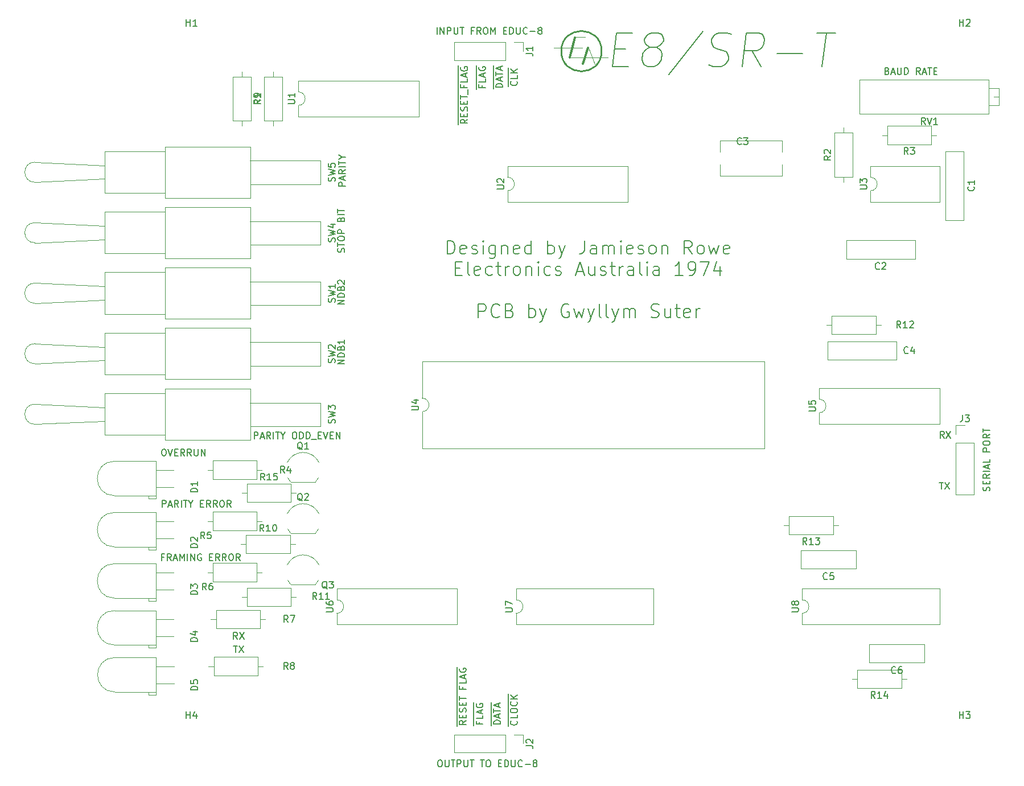
<source format=gbr>
%TF.GenerationSoftware,KiCad,Pcbnew,(5.1.10-1-10_14)*%
%TF.CreationDate,2021-06-30T19:54:52+10:00*%
%TF.ProjectId,E8Serial,45385365-7269-4616-9c2e-6b696361645f,rev?*%
%TF.SameCoordinates,Original*%
%TF.FileFunction,Legend,Top*%
%TF.FilePolarity,Positive*%
%FSLAX46Y46*%
G04 Gerber Fmt 4.6, Leading zero omitted, Abs format (unit mm)*
G04 Created by KiCad (PCBNEW (5.1.10-1-10_14)) date 2021-06-30 19:54:52*
%MOMM*%
%LPD*%
G01*
G04 APERTURE LIST*
%ADD10C,0.150000*%
%ADD11C,0.120000*%
%ADD12C,0.300000*%
%ADD13C,0.240000*%
G04 APERTURE END LIST*
D10*
X148476190Y-54928571D02*
X148619047Y-54976190D01*
X148666666Y-55023809D01*
X148714285Y-55119047D01*
X148714285Y-55261904D01*
X148666666Y-55357142D01*
X148619047Y-55404761D01*
X148523809Y-55452380D01*
X148142857Y-55452380D01*
X148142857Y-54452380D01*
X148476190Y-54452380D01*
X148571428Y-54500000D01*
X148619047Y-54547619D01*
X148666666Y-54642857D01*
X148666666Y-54738095D01*
X148619047Y-54833333D01*
X148571428Y-54880952D01*
X148476190Y-54928571D01*
X148142857Y-54928571D01*
X149095238Y-55166666D02*
X149571428Y-55166666D01*
X149000000Y-55452380D02*
X149333333Y-54452380D01*
X149666666Y-55452380D01*
X150000000Y-54452380D02*
X150000000Y-55261904D01*
X150047619Y-55357142D01*
X150095238Y-55404761D01*
X150190476Y-55452380D01*
X150380952Y-55452380D01*
X150476190Y-55404761D01*
X150523809Y-55357142D01*
X150571428Y-55261904D01*
X150571428Y-54452380D01*
X151047619Y-55452380D02*
X151047619Y-54452380D01*
X151285714Y-54452380D01*
X151428571Y-54500000D01*
X151523809Y-54595238D01*
X151571428Y-54690476D01*
X151619047Y-54880952D01*
X151619047Y-55023809D01*
X151571428Y-55214285D01*
X151523809Y-55309523D01*
X151428571Y-55404761D01*
X151285714Y-55452380D01*
X151047619Y-55452380D01*
X153380952Y-55452380D02*
X153047619Y-54976190D01*
X152809523Y-55452380D02*
X152809523Y-54452380D01*
X153190476Y-54452380D01*
X153285714Y-54500000D01*
X153333333Y-54547619D01*
X153380952Y-54642857D01*
X153380952Y-54785714D01*
X153333333Y-54880952D01*
X153285714Y-54928571D01*
X153190476Y-54976190D01*
X152809523Y-54976190D01*
X153761904Y-55166666D02*
X154238095Y-55166666D01*
X153666666Y-55452380D02*
X154000000Y-54452380D01*
X154333333Y-55452380D01*
X154523809Y-54452380D02*
X155095238Y-54452380D01*
X154809523Y-55452380D02*
X154809523Y-54452380D01*
X155428571Y-54928571D02*
X155761904Y-54928571D01*
X155904761Y-55452380D02*
X155428571Y-55452380D01*
X155428571Y-54452380D01*
X155904761Y-54452380D01*
X163704761Y-117395238D02*
X163752380Y-117252380D01*
X163752380Y-117014285D01*
X163704761Y-116919047D01*
X163657142Y-116871428D01*
X163561904Y-116823809D01*
X163466666Y-116823809D01*
X163371428Y-116871428D01*
X163323809Y-116919047D01*
X163276190Y-117014285D01*
X163228571Y-117204761D01*
X163180952Y-117300000D01*
X163133333Y-117347619D01*
X163038095Y-117395238D01*
X162942857Y-117395238D01*
X162847619Y-117347619D01*
X162800000Y-117300000D01*
X162752380Y-117204761D01*
X162752380Y-116966666D01*
X162800000Y-116823809D01*
X163228571Y-116395238D02*
X163228571Y-116061904D01*
X163752380Y-115919047D02*
X163752380Y-116395238D01*
X162752380Y-116395238D01*
X162752380Y-115919047D01*
X163752380Y-114919047D02*
X163276190Y-115252380D01*
X163752380Y-115490476D02*
X162752380Y-115490476D01*
X162752380Y-115109523D01*
X162800000Y-115014285D01*
X162847619Y-114966666D01*
X162942857Y-114919047D01*
X163085714Y-114919047D01*
X163180952Y-114966666D01*
X163228571Y-115014285D01*
X163276190Y-115109523D01*
X163276190Y-115490476D01*
X163752380Y-114490476D02*
X162752380Y-114490476D01*
X163466666Y-114061904D02*
X163466666Y-113585714D01*
X163752380Y-114157142D02*
X162752380Y-113823809D01*
X163752380Y-113490476D01*
X163752380Y-112680952D02*
X163752380Y-113157142D01*
X162752380Y-113157142D01*
X163752380Y-111585714D02*
X162752380Y-111585714D01*
X162752380Y-111204761D01*
X162800000Y-111109523D01*
X162847619Y-111061904D01*
X162942857Y-111014285D01*
X163085714Y-111014285D01*
X163180952Y-111061904D01*
X163228571Y-111109523D01*
X163276190Y-111204761D01*
X163276190Y-111585714D01*
X162752380Y-110395238D02*
X162752380Y-110204761D01*
X162800000Y-110109523D01*
X162895238Y-110014285D01*
X163085714Y-109966666D01*
X163419047Y-109966666D01*
X163609523Y-110014285D01*
X163704761Y-110109523D01*
X163752380Y-110204761D01*
X163752380Y-110395238D01*
X163704761Y-110490476D01*
X163609523Y-110585714D01*
X163419047Y-110633333D01*
X163085714Y-110633333D01*
X162895238Y-110585714D01*
X162800000Y-110490476D01*
X162752380Y-110395238D01*
X163752380Y-108966666D02*
X163276190Y-109300000D01*
X163752380Y-109538095D02*
X162752380Y-109538095D01*
X162752380Y-109157142D01*
X162800000Y-109061904D01*
X162847619Y-109014285D01*
X162942857Y-108966666D01*
X163085714Y-108966666D01*
X163180952Y-109014285D01*
X163228571Y-109061904D01*
X163276190Y-109157142D01*
X163276190Y-109538095D01*
X162752380Y-108680952D02*
X162752380Y-108109523D01*
X163752380Y-108395238D02*
X162752380Y-108395238D01*
X156238095Y-116152380D02*
X156809523Y-116152380D01*
X156523809Y-117152380D02*
X156523809Y-116152380D01*
X157047619Y-116152380D02*
X157714285Y-117152380D01*
X157714285Y-116152380D02*
X157047619Y-117152380D01*
X156933333Y-109552380D02*
X156600000Y-109076190D01*
X156361904Y-109552380D02*
X156361904Y-108552380D01*
X156742857Y-108552380D01*
X156838095Y-108600000D01*
X156885714Y-108647619D01*
X156933333Y-108742857D01*
X156933333Y-108885714D01*
X156885714Y-108980952D01*
X156838095Y-109028571D01*
X156742857Y-109076190D01*
X156361904Y-109076190D01*
X157266666Y-108552380D02*
X157933333Y-109552380D01*
X157933333Y-108552380D02*
X157266666Y-109552380D01*
X84485000Y-152404761D02*
X84485000Y-151404761D01*
X85852380Y-151595238D02*
X85376190Y-151928571D01*
X85852380Y-152166666D02*
X84852380Y-152166666D01*
X84852380Y-151785714D01*
X84900000Y-151690476D01*
X84947619Y-151642857D01*
X85042857Y-151595238D01*
X85185714Y-151595238D01*
X85280952Y-151642857D01*
X85328571Y-151690476D01*
X85376190Y-151785714D01*
X85376190Y-152166666D01*
X84485000Y-151404761D02*
X84485000Y-150500000D01*
X85328571Y-151166666D02*
X85328571Y-150833333D01*
X85852380Y-150690476D02*
X85852380Y-151166666D01*
X84852380Y-151166666D01*
X84852380Y-150690476D01*
X84485000Y-150500000D02*
X84485000Y-149547619D01*
X85804761Y-150309523D02*
X85852380Y-150166666D01*
X85852380Y-149928571D01*
X85804761Y-149833333D01*
X85757142Y-149785714D01*
X85661904Y-149738095D01*
X85566666Y-149738095D01*
X85471428Y-149785714D01*
X85423809Y-149833333D01*
X85376190Y-149928571D01*
X85328571Y-150119047D01*
X85280952Y-150214285D01*
X85233333Y-150261904D01*
X85138095Y-150309523D01*
X85042857Y-150309523D01*
X84947619Y-150261904D01*
X84900000Y-150214285D01*
X84852380Y-150119047D01*
X84852380Y-149880952D01*
X84900000Y-149738095D01*
X84485000Y-149547619D02*
X84485000Y-148642857D01*
X85328571Y-149309523D02*
X85328571Y-148976190D01*
X85852380Y-148833333D02*
X85852380Y-149309523D01*
X84852380Y-149309523D01*
X84852380Y-148833333D01*
X84485000Y-148642857D02*
X84485000Y-147880952D01*
X84852380Y-148547619D02*
X84852380Y-147976190D01*
X85852380Y-148261904D02*
X84852380Y-148261904D01*
X84485000Y-147880952D02*
X84485000Y-147119047D01*
X84485000Y-147119047D02*
X84485000Y-146261904D01*
X85328571Y-146547619D02*
X85328571Y-146880952D01*
X85852380Y-146880952D02*
X84852380Y-146880952D01*
X84852380Y-146404761D01*
X84485000Y-146261904D02*
X84485000Y-145452380D01*
X85852380Y-145547619D02*
X85852380Y-146023809D01*
X84852380Y-146023809D01*
X84485000Y-145452380D02*
X84485000Y-144595238D01*
X85566666Y-145261904D02*
X85566666Y-144785714D01*
X85852380Y-145357142D02*
X84852380Y-145023809D01*
X85852380Y-144690476D01*
X84485000Y-144595238D02*
X84485000Y-143595238D01*
X84900000Y-143833333D02*
X84852380Y-143928571D01*
X84852380Y-144071428D01*
X84900000Y-144214285D01*
X84995238Y-144309523D01*
X85090476Y-144357142D01*
X85280952Y-144404761D01*
X85423809Y-144404761D01*
X85614285Y-144357142D01*
X85709523Y-144309523D01*
X85804761Y-144214285D01*
X85852380Y-144071428D01*
X85852380Y-143976190D01*
X85804761Y-143833333D01*
X85757142Y-143785714D01*
X85423809Y-143785714D01*
X85423809Y-143976190D01*
X86985000Y-152361904D02*
X86985000Y-151504761D01*
X87828571Y-151790476D02*
X87828571Y-152123809D01*
X88352380Y-152123809D02*
X87352380Y-152123809D01*
X87352380Y-151647619D01*
X86985000Y-151504761D02*
X86985000Y-150695238D01*
X88352380Y-150790476D02*
X88352380Y-151266666D01*
X87352380Y-151266666D01*
X86985000Y-150695238D02*
X86985000Y-149838095D01*
X88066666Y-150504761D02*
X88066666Y-150028571D01*
X88352380Y-150600000D02*
X87352380Y-150266666D01*
X88352380Y-149933333D01*
X86985000Y-149838095D02*
X86985000Y-148838095D01*
X87400000Y-149076190D02*
X87352380Y-149171428D01*
X87352380Y-149314285D01*
X87400000Y-149457142D01*
X87495238Y-149552380D01*
X87590476Y-149600000D01*
X87780952Y-149647619D01*
X87923809Y-149647619D01*
X88114285Y-149600000D01*
X88209523Y-149552380D01*
X88304761Y-149457142D01*
X88352380Y-149314285D01*
X88352380Y-149219047D01*
X88304761Y-149076190D01*
X88257142Y-149028571D01*
X87923809Y-149028571D01*
X87923809Y-149219047D01*
X89585000Y-152338095D02*
X89585000Y-151338095D01*
X90952380Y-152100000D02*
X89952380Y-152100000D01*
X89952380Y-151861904D01*
X90000000Y-151719047D01*
X90095238Y-151623809D01*
X90190476Y-151576190D01*
X90380952Y-151528571D01*
X90523809Y-151528571D01*
X90714285Y-151576190D01*
X90809523Y-151623809D01*
X90904761Y-151719047D01*
X90952380Y-151861904D01*
X90952380Y-152100000D01*
X89585000Y-151338095D02*
X89585000Y-150480952D01*
X90666666Y-151147619D02*
X90666666Y-150671428D01*
X90952380Y-151242857D02*
X89952380Y-150909523D01*
X90952380Y-150576190D01*
X89585000Y-150480952D02*
X89585000Y-149719047D01*
X89952380Y-150385714D02*
X89952380Y-149814285D01*
X90952380Y-150100000D02*
X89952380Y-150100000D01*
X89585000Y-149719047D02*
X89585000Y-148861904D01*
X90666666Y-149528571D02*
X90666666Y-149052380D01*
X90952380Y-149623809D02*
X89952380Y-149290476D01*
X90952380Y-148957142D01*
X92085000Y-152428571D02*
X92085000Y-151428571D01*
X93357142Y-151619047D02*
X93404761Y-151666666D01*
X93452380Y-151809523D01*
X93452380Y-151904761D01*
X93404761Y-152047619D01*
X93309523Y-152142857D01*
X93214285Y-152190476D01*
X93023809Y-152238095D01*
X92880952Y-152238095D01*
X92690476Y-152190476D01*
X92595238Y-152142857D01*
X92500000Y-152047619D01*
X92452380Y-151904761D01*
X92452380Y-151809523D01*
X92500000Y-151666666D01*
X92547619Y-151619047D01*
X92085000Y-151428571D02*
X92085000Y-150619047D01*
X93452380Y-150714285D02*
X93452380Y-151190476D01*
X92452380Y-151190476D01*
X92085000Y-150619047D02*
X92085000Y-149571428D01*
X92452380Y-150190476D02*
X92452380Y-150000000D01*
X92500000Y-149904761D01*
X92595238Y-149809523D01*
X92785714Y-149761904D01*
X93119047Y-149761904D01*
X93309523Y-149809523D01*
X93404761Y-149904761D01*
X93452380Y-150000000D01*
X93452380Y-150190476D01*
X93404761Y-150285714D01*
X93309523Y-150380952D01*
X93119047Y-150428571D01*
X92785714Y-150428571D01*
X92595238Y-150380952D01*
X92500000Y-150285714D01*
X92452380Y-150190476D01*
X92085000Y-149571428D02*
X92085000Y-148571428D01*
X93357142Y-148761904D02*
X93404761Y-148809523D01*
X93452380Y-148952380D01*
X93452380Y-149047619D01*
X93404761Y-149190476D01*
X93309523Y-149285714D01*
X93214285Y-149333333D01*
X93023809Y-149380952D01*
X92880952Y-149380952D01*
X92690476Y-149333333D01*
X92595238Y-149285714D01*
X92500000Y-149190476D01*
X92452380Y-149047619D01*
X92452380Y-148952380D01*
X92500000Y-148809523D01*
X92547619Y-148761904D01*
X92085000Y-148571428D02*
X92085000Y-147571428D01*
X93452380Y-148333333D02*
X92452380Y-148333333D01*
X93452380Y-147761904D02*
X92880952Y-148190476D01*
X92452380Y-147761904D02*
X93023809Y-148333333D01*
X81857142Y-157452380D02*
X82047619Y-157452380D01*
X82142857Y-157500000D01*
X82238095Y-157595238D01*
X82285714Y-157785714D01*
X82285714Y-158119047D01*
X82238095Y-158309523D01*
X82142857Y-158404761D01*
X82047619Y-158452380D01*
X81857142Y-158452380D01*
X81761904Y-158404761D01*
X81666666Y-158309523D01*
X81619047Y-158119047D01*
X81619047Y-157785714D01*
X81666666Y-157595238D01*
X81761904Y-157500000D01*
X81857142Y-157452380D01*
X82714285Y-157452380D02*
X82714285Y-158261904D01*
X82761904Y-158357142D01*
X82809523Y-158404761D01*
X82904761Y-158452380D01*
X83095238Y-158452380D01*
X83190476Y-158404761D01*
X83238095Y-158357142D01*
X83285714Y-158261904D01*
X83285714Y-157452380D01*
X83619047Y-157452380D02*
X84190476Y-157452380D01*
X83904761Y-158452380D02*
X83904761Y-157452380D01*
X84523809Y-158452380D02*
X84523809Y-157452380D01*
X84904761Y-157452380D01*
X85000000Y-157500000D01*
X85047619Y-157547619D01*
X85095238Y-157642857D01*
X85095238Y-157785714D01*
X85047619Y-157880952D01*
X85000000Y-157928571D01*
X84904761Y-157976190D01*
X84523809Y-157976190D01*
X85523809Y-157452380D02*
X85523809Y-158261904D01*
X85571428Y-158357142D01*
X85619047Y-158404761D01*
X85714285Y-158452380D01*
X85904761Y-158452380D01*
X86000000Y-158404761D01*
X86047619Y-158357142D01*
X86095238Y-158261904D01*
X86095238Y-157452380D01*
X86428571Y-157452380D02*
X87000000Y-157452380D01*
X86714285Y-158452380D02*
X86714285Y-157452380D01*
X87952380Y-157452380D02*
X88523809Y-157452380D01*
X88238095Y-158452380D02*
X88238095Y-157452380D01*
X89047619Y-157452380D02*
X89238095Y-157452380D01*
X89333333Y-157500000D01*
X89428571Y-157595238D01*
X89476190Y-157785714D01*
X89476190Y-158119047D01*
X89428571Y-158309523D01*
X89333333Y-158404761D01*
X89238095Y-158452380D01*
X89047619Y-158452380D01*
X88952380Y-158404761D01*
X88857142Y-158309523D01*
X88809523Y-158119047D01*
X88809523Y-157785714D01*
X88857142Y-157595238D01*
X88952380Y-157500000D01*
X89047619Y-157452380D01*
X90666666Y-157928571D02*
X91000000Y-157928571D01*
X91142857Y-158452380D02*
X90666666Y-158452380D01*
X90666666Y-157452380D01*
X91142857Y-157452380D01*
X91571428Y-158452380D02*
X91571428Y-157452380D01*
X91809523Y-157452380D01*
X91952380Y-157500000D01*
X92047619Y-157595238D01*
X92095238Y-157690476D01*
X92142857Y-157880952D01*
X92142857Y-158023809D01*
X92095238Y-158214285D01*
X92047619Y-158309523D01*
X91952380Y-158404761D01*
X91809523Y-158452380D01*
X91571428Y-158452380D01*
X92571428Y-157452380D02*
X92571428Y-158261904D01*
X92619047Y-158357142D01*
X92666666Y-158404761D01*
X92761904Y-158452380D01*
X92952380Y-158452380D01*
X93047619Y-158404761D01*
X93095238Y-158357142D01*
X93142857Y-158261904D01*
X93142857Y-157452380D01*
X94190476Y-158357142D02*
X94142857Y-158404761D01*
X94000000Y-158452380D01*
X93904761Y-158452380D01*
X93761904Y-158404761D01*
X93666666Y-158309523D01*
X93619047Y-158214285D01*
X93571428Y-158023809D01*
X93571428Y-157880952D01*
X93619047Y-157690476D01*
X93666666Y-157595238D01*
X93761904Y-157500000D01*
X93904761Y-157452380D01*
X94000000Y-157452380D01*
X94142857Y-157500000D01*
X94190476Y-157547619D01*
X94619047Y-158071428D02*
X95380952Y-158071428D01*
X96000000Y-157880952D02*
X95904761Y-157833333D01*
X95857142Y-157785714D01*
X95809523Y-157690476D01*
X95809523Y-157642857D01*
X95857142Y-157547619D01*
X95904761Y-157500000D01*
X96000000Y-157452380D01*
X96190476Y-157452380D01*
X96285714Y-157500000D01*
X96333333Y-157547619D01*
X96380952Y-157642857D01*
X96380952Y-157690476D01*
X96333333Y-157785714D01*
X96285714Y-157833333D01*
X96190476Y-157880952D01*
X96000000Y-157880952D01*
X95904761Y-157928571D01*
X95857142Y-157976190D01*
X95809523Y-158071428D01*
X95809523Y-158261904D01*
X95857142Y-158357142D01*
X95904761Y-158404761D01*
X96000000Y-158452380D01*
X96190476Y-158452380D01*
X96285714Y-158404761D01*
X96333333Y-158357142D01*
X96380952Y-158261904D01*
X96380952Y-158071428D01*
X96333333Y-157976190D01*
X96285714Y-157928571D01*
X96190476Y-157880952D01*
X84683000Y-62951761D02*
X84683000Y-61951761D01*
X86050380Y-62142238D02*
X85574190Y-62475571D01*
X86050380Y-62713666D02*
X85050380Y-62713666D01*
X85050380Y-62332714D01*
X85098000Y-62237476D01*
X85145619Y-62189857D01*
X85240857Y-62142238D01*
X85383714Y-62142238D01*
X85478952Y-62189857D01*
X85526571Y-62237476D01*
X85574190Y-62332714D01*
X85574190Y-62713666D01*
X84683000Y-61951761D02*
X84683000Y-61047000D01*
X85526571Y-61713666D02*
X85526571Y-61380333D01*
X86050380Y-61237476D02*
X86050380Y-61713666D01*
X85050380Y-61713666D01*
X85050380Y-61237476D01*
X84683000Y-61047000D02*
X84683000Y-60094619D01*
X86002761Y-60856523D02*
X86050380Y-60713666D01*
X86050380Y-60475571D01*
X86002761Y-60380333D01*
X85955142Y-60332714D01*
X85859904Y-60285095D01*
X85764666Y-60285095D01*
X85669428Y-60332714D01*
X85621809Y-60380333D01*
X85574190Y-60475571D01*
X85526571Y-60666047D01*
X85478952Y-60761285D01*
X85431333Y-60808904D01*
X85336095Y-60856523D01*
X85240857Y-60856523D01*
X85145619Y-60808904D01*
X85098000Y-60761285D01*
X85050380Y-60666047D01*
X85050380Y-60427952D01*
X85098000Y-60285095D01*
X84683000Y-60094619D02*
X84683000Y-59189857D01*
X85526571Y-59856523D02*
X85526571Y-59523190D01*
X86050380Y-59380333D02*
X86050380Y-59856523D01*
X85050380Y-59856523D01*
X85050380Y-59380333D01*
X84683000Y-59189857D02*
X84683000Y-58427952D01*
X85050380Y-59094619D02*
X85050380Y-58523190D01*
X86050380Y-58808904D02*
X85050380Y-58808904D01*
X84683000Y-58427952D02*
X84683000Y-57666047D01*
X86145619Y-58427952D02*
X86145619Y-57666047D01*
X84683000Y-57666047D02*
X84683000Y-56808904D01*
X85526571Y-57094619D02*
X85526571Y-57427952D01*
X86050380Y-57427952D02*
X85050380Y-57427952D01*
X85050380Y-56951761D01*
X84683000Y-56808904D02*
X84683000Y-55999380D01*
X86050380Y-56094619D02*
X86050380Y-56570809D01*
X85050380Y-56570809D01*
X84683000Y-55999380D02*
X84683000Y-55142238D01*
X85764666Y-55808904D02*
X85764666Y-55332714D01*
X86050380Y-55904142D02*
X85050380Y-55570809D01*
X86050380Y-55237476D01*
X84683000Y-55142238D02*
X84683000Y-54142238D01*
X85098000Y-54380333D02*
X85050380Y-54475571D01*
X85050380Y-54618428D01*
X85098000Y-54761285D01*
X85193238Y-54856523D01*
X85288476Y-54904142D01*
X85478952Y-54951761D01*
X85621809Y-54951761D01*
X85812285Y-54904142D01*
X85907523Y-54856523D01*
X86002761Y-54761285D01*
X86050380Y-54618428D01*
X86050380Y-54523190D01*
X86002761Y-54380333D01*
X85955142Y-54332714D01*
X85621809Y-54332714D01*
X85621809Y-54523190D01*
X87350000Y-57641904D02*
X87350000Y-56784761D01*
X88193571Y-57070476D02*
X88193571Y-57403809D01*
X88717380Y-57403809D02*
X87717380Y-57403809D01*
X87717380Y-56927619D01*
X87350000Y-56784761D02*
X87350000Y-55975238D01*
X88717380Y-56070476D02*
X88717380Y-56546666D01*
X87717380Y-56546666D01*
X87350000Y-55975238D02*
X87350000Y-55118095D01*
X88431666Y-55784761D02*
X88431666Y-55308571D01*
X88717380Y-55880000D02*
X87717380Y-55546666D01*
X88717380Y-55213333D01*
X87350000Y-55118095D02*
X87350000Y-54118095D01*
X87765000Y-54356190D02*
X87717380Y-54451428D01*
X87717380Y-54594285D01*
X87765000Y-54737142D01*
X87860238Y-54832380D01*
X87955476Y-54880000D01*
X88145952Y-54927619D01*
X88288809Y-54927619D01*
X88479285Y-54880000D01*
X88574523Y-54832380D01*
X88669761Y-54737142D01*
X88717380Y-54594285D01*
X88717380Y-54499047D01*
X88669761Y-54356190D01*
X88622142Y-54308571D01*
X88288809Y-54308571D01*
X88288809Y-54499047D01*
X89890000Y-57618095D02*
X89890000Y-56618095D01*
X91257380Y-57380000D02*
X90257380Y-57380000D01*
X90257380Y-57141904D01*
X90305000Y-56999047D01*
X90400238Y-56903809D01*
X90495476Y-56856190D01*
X90685952Y-56808571D01*
X90828809Y-56808571D01*
X91019285Y-56856190D01*
X91114523Y-56903809D01*
X91209761Y-56999047D01*
X91257380Y-57141904D01*
X91257380Y-57380000D01*
X89890000Y-56618095D02*
X89890000Y-55760952D01*
X90971666Y-56427619D02*
X90971666Y-55951428D01*
X91257380Y-56522857D02*
X90257380Y-56189523D01*
X91257380Y-55856190D01*
X89890000Y-55760952D02*
X89890000Y-54999047D01*
X90257380Y-55665714D02*
X90257380Y-55094285D01*
X91257380Y-55380000D02*
X90257380Y-55380000D01*
X89890000Y-54999047D02*
X89890000Y-54141904D01*
X90971666Y-54808571D02*
X90971666Y-54332380D01*
X91257380Y-54903809D02*
X90257380Y-54570476D01*
X91257380Y-54237142D01*
X92085000Y-57284761D02*
X92085000Y-56284761D01*
X93357142Y-56475238D02*
X93404761Y-56522857D01*
X93452380Y-56665714D01*
X93452380Y-56760952D01*
X93404761Y-56903809D01*
X93309523Y-56999047D01*
X93214285Y-57046666D01*
X93023809Y-57094285D01*
X92880952Y-57094285D01*
X92690476Y-57046666D01*
X92595238Y-56999047D01*
X92500000Y-56903809D01*
X92452380Y-56760952D01*
X92452380Y-56665714D01*
X92500000Y-56522857D01*
X92547619Y-56475238D01*
X92085000Y-56284761D02*
X92085000Y-55475238D01*
X93452380Y-55570476D02*
X93452380Y-56046666D01*
X92452380Y-56046666D01*
X92085000Y-55475238D02*
X92085000Y-54475238D01*
X93452380Y-55237142D02*
X92452380Y-55237142D01*
X93452380Y-54665714D02*
X92880952Y-55094285D01*
X92452380Y-54665714D02*
X93023809Y-55237142D01*
X81514285Y-49452380D02*
X81514285Y-48452380D01*
X81990476Y-49452380D02*
X81990476Y-48452380D01*
X82561904Y-49452380D01*
X82561904Y-48452380D01*
X83038095Y-49452380D02*
X83038095Y-48452380D01*
X83419047Y-48452380D01*
X83514285Y-48500000D01*
X83561904Y-48547619D01*
X83609523Y-48642857D01*
X83609523Y-48785714D01*
X83561904Y-48880952D01*
X83514285Y-48928571D01*
X83419047Y-48976190D01*
X83038095Y-48976190D01*
X84038095Y-48452380D02*
X84038095Y-49261904D01*
X84085714Y-49357142D01*
X84133333Y-49404761D01*
X84228571Y-49452380D01*
X84419047Y-49452380D01*
X84514285Y-49404761D01*
X84561904Y-49357142D01*
X84609523Y-49261904D01*
X84609523Y-48452380D01*
X84942857Y-48452380D02*
X85514285Y-48452380D01*
X85228571Y-49452380D02*
X85228571Y-48452380D01*
X86942857Y-48928571D02*
X86609523Y-48928571D01*
X86609523Y-49452380D02*
X86609523Y-48452380D01*
X87085714Y-48452380D01*
X88038095Y-49452380D02*
X87704761Y-48976190D01*
X87466666Y-49452380D02*
X87466666Y-48452380D01*
X87847619Y-48452380D01*
X87942857Y-48500000D01*
X87990476Y-48547619D01*
X88038095Y-48642857D01*
X88038095Y-48785714D01*
X87990476Y-48880952D01*
X87942857Y-48928571D01*
X87847619Y-48976190D01*
X87466666Y-48976190D01*
X88657142Y-48452380D02*
X88847619Y-48452380D01*
X88942857Y-48500000D01*
X89038095Y-48595238D01*
X89085714Y-48785714D01*
X89085714Y-49119047D01*
X89038095Y-49309523D01*
X88942857Y-49404761D01*
X88847619Y-49452380D01*
X88657142Y-49452380D01*
X88561904Y-49404761D01*
X88466666Y-49309523D01*
X88419047Y-49119047D01*
X88419047Y-48785714D01*
X88466666Y-48595238D01*
X88561904Y-48500000D01*
X88657142Y-48452380D01*
X89514285Y-49452380D02*
X89514285Y-48452380D01*
X89847619Y-49166666D01*
X90180952Y-48452380D01*
X90180952Y-49452380D01*
X91419047Y-48928571D02*
X91752380Y-48928571D01*
X91895238Y-49452380D02*
X91419047Y-49452380D01*
X91419047Y-48452380D01*
X91895238Y-48452380D01*
X92323809Y-49452380D02*
X92323809Y-48452380D01*
X92561904Y-48452380D01*
X92704761Y-48500000D01*
X92800000Y-48595238D01*
X92847619Y-48690476D01*
X92895238Y-48880952D01*
X92895238Y-49023809D01*
X92847619Y-49214285D01*
X92800000Y-49309523D01*
X92704761Y-49404761D01*
X92561904Y-49452380D01*
X92323809Y-49452380D01*
X93323809Y-48452380D02*
X93323809Y-49261904D01*
X93371428Y-49357142D01*
X93419047Y-49404761D01*
X93514285Y-49452380D01*
X93704761Y-49452380D01*
X93800000Y-49404761D01*
X93847619Y-49357142D01*
X93895238Y-49261904D01*
X93895238Y-48452380D01*
X94942857Y-49357142D02*
X94895238Y-49404761D01*
X94752380Y-49452380D01*
X94657142Y-49452380D01*
X94514285Y-49404761D01*
X94419047Y-49309523D01*
X94371428Y-49214285D01*
X94323809Y-49023809D01*
X94323809Y-48880952D01*
X94371428Y-48690476D01*
X94419047Y-48595238D01*
X94514285Y-48500000D01*
X94657142Y-48452380D01*
X94752380Y-48452380D01*
X94895238Y-48500000D01*
X94942857Y-48547619D01*
X95371428Y-49071428D02*
X96133333Y-49071428D01*
X96752380Y-48880952D02*
X96657142Y-48833333D01*
X96609523Y-48785714D01*
X96561904Y-48690476D01*
X96561904Y-48642857D01*
X96609523Y-48547619D01*
X96657142Y-48500000D01*
X96752380Y-48452380D01*
X96942857Y-48452380D01*
X97038095Y-48500000D01*
X97085714Y-48547619D01*
X97133333Y-48642857D01*
X97133333Y-48690476D01*
X97085714Y-48785714D01*
X97038095Y-48833333D01*
X96942857Y-48880952D01*
X96752380Y-48880952D01*
X96657142Y-48928571D01*
X96609523Y-48976190D01*
X96561904Y-49071428D01*
X96561904Y-49261904D01*
X96609523Y-49357142D01*
X96657142Y-49404761D01*
X96752380Y-49452380D01*
X96942857Y-49452380D01*
X97038095Y-49404761D01*
X97085714Y-49357142D01*
X97133333Y-49261904D01*
X97133333Y-49071428D01*
X97085714Y-48976190D01*
X97038095Y-48928571D01*
X96942857Y-48880952D01*
X83047619Y-82179761D02*
X83047619Y-80179761D01*
X83523809Y-80179761D01*
X83809523Y-80275000D01*
X84000000Y-80465476D01*
X84095238Y-80655952D01*
X84190476Y-81036904D01*
X84190476Y-81322619D01*
X84095238Y-81703571D01*
X84000000Y-81894047D01*
X83809523Y-82084523D01*
X83523809Y-82179761D01*
X83047619Y-82179761D01*
X85809523Y-82084523D02*
X85619047Y-82179761D01*
X85238095Y-82179761D01*
X85047619Y-82084523D01*
X84952380Y-81894047D01*
X84952380Y-81132142D01*
X85047619Y-80941666D01*
X85238095Y-80846428D01*
X85619047Y-80846428D01*
X85809523Y-80941666D01*
X85904761Y-81132142D01*
X85904761Y-81322619D01*
X84952380Y-81513095D01*
X86666666Y-82084523D02*
X86857142Y-82179761D01*
X87238095Y-82179761D01*
X87428571Y-82084523D01*
X87523809Y-81894047D01*
X87523809Y-81798809D01*
X87428571Y-81608333D01*
X87238095Y-81513095D01*
X86952380Y-81513095D01*
X86761904Y-81417857D01*
X86666666Y-81227380D01*
X86666666Y-81132142D01*
X86761904Y-80941666D01*
X86952380Y-80846428D01*
X87238095Y-80846428D01*
X87428571Y-80941666D01*
X88380952Y-82179761D02*
X88380952Y-80846428D01*
X88380952Y-80179761D02*
X88285714Y-80275000D01*
X88380952Y-80370238D01*
X88476190Y-80275000D01*
X88380952Y-80179761D01*
X88380952Y-80370238D01*
X90190476Y-80846428D02*
X90190476Y-82465476D01*
X90095238Y-82655952D01*
X90000000Y-82751190D01*
X89809523Y-82846428D01*
X89523809Y-82846428D01*
X89333333Y-82751190D01*
X90190476Y-82084523D02*
X90000000Y-82179761D01*
X89619047Y-82179761D01*
X89428571Y-82084523D01*
X89333333Y-81989285D01*
X89238095Y-81798809D01*
X89238095Y-81227380D01*
X89333333Y-81036904D01*
X89428571Y-80941666D01*
X89619047Y-80846428D01*
X90000000Y-80846428D01*
X90190476Y-80941666D01*
X91142857Y-80846428D02*
X91142857Y-82179761D01*
X91142857Y-81036904D02*
X91238095Y-80941666D01*
X91428571Y-80846428D01*
X91714285Y-80846428D01*
X91904761Y-80941666D01*
X92000000Y-81132142D01*
X92000000Y-82179761D01*
X93714285Y-82084523D02*
X93523809Y-82179761D01*
X93142857Y-82179761D01*
X92952380Y-82084523D01*
X92857142Y-81894047D01*
X92857142Y-81132142D01*
X92952380Y-80941666D01*
X93142857Y-80846428D01*
X93523809Y-80846428D01*
X93714285Y-80941666D01*
X93809523Y-81132142D01*
X93809523Y-81322619D01*
X92857142Y-81513095D01*
X95523809Y-82179761D02*
X95523809Y-80179761D01*
X95523809Y-82084523D02*
X95333333Y-82179761D01*
X94952380Y-82179761D01*
X94761904Y-82084523D01*
X94666666Y-81989285D01*
X94571428Y-81798809D01*
X94571428Y-81227380D01*
X94666666Y-81036904D01*
X94761904Y-80941666D01*
X94952380Y-80846428D01*
X95333333Y-80846428D01*
X95523809Y-80941666D01*
X98000000Y-82179761D02*
X98000000Y-80179761D01*
X98000000Y-80941666D02*
X98190476Y-80846428D01*
X98571428Y-80846428D01*
X98761904Y-80941666D01*
X98857142Y-81036904D01*
X98952380Y-81227380D01*
X98952380Y-81798809D01*
X98857142Y-81989285D01*
X98761904Y-82084523D01*
X98571428Y-82179761D01*
X98190476Y-82179761D01*
X98000000Y-82084523D01*
X99619047Y-80846428D02*
X100095238Y-82179761D01*
X100571428Y-80846428D02*
X100095238Y-82179761D01*
X99904761Y-82655952D01*
X99809523Y-82751190D01*
X99619047Y-82846428D01*
X103428571Y-80179761D02*
X103428571Y-81608333D01*
X103333333Y-81894047D01*
X103142857Y-82084523D01*
X102857142Y-82179761D01*
X102666666Y-82179761D01*
X105238095Y-82179761D02*
X105238095Y-81132142D01*
X105142857Y-80941666D01*
X104952380Y-80846428D01*
X104571428Y-80846428D01*
X104380952Y-80941666D01*
X105238095Y-82084523D02*
X105047619Y-82179761D01*
X104571428Y-82179761D01*
X104380952Y-82084523D01*
X104285714Y-81894047D01*
X104285714Y-81703571D01*
X104380952Y-81513095D01*
X104571428Y-81417857D01*
X105047619Y-81417857D01*
X105238095Y-81322619D01*
X106190476Y-82179761D02*
X106190476Y-80846428D01*
X106190476Y-81036904D02*
X106285714Y-80941666D01*
X106476190Y-80846428D01*
X106761904Y-80846428D01*
X106952380Y-80941666D01*
X107047619Y-81132142D01*
X107047619Y-82179761D01*
X107047619Y-81132142D02*
X107142857Y-80941666D01*
X107333333Y-80846428D01*
X107619047Y-80846428D01*
X107809523Y-80941666D01*
X107904761Y-81132142D01*
X107904761Y-82179761D01*
X108857142Y-82179761D02*
X108857142Y-80846428D01*
X108857142Y-80179761D02*
X108761904Y-80275000D01*
X108857142Y-80370238D01*
X108952380Y-80275000D01*
X108857142Y-80179761D01*
X108857142Y-80370238D01*
X110571428Y-82084523D02*
X110380952Y-82179761D01*
X110000000Y-82179761D01*
X109809523Y-82084523D01*
X109714285Y-81894047D01*
X109714285Y-81132142D01*
X109809523Y-80941666D01*
X110000000Y-80846428D01*
X110380952Y-80846428D01*
X110571428Y-80941666D01*
X110666666Y-81132142D01*
X110666666Y-81322619D01*
X109714285Y-81513095D01*
X111428571Y-82084523D02*
X111619047Y-82179761D01*
X112000000Y-82179761D01*
X112190476Y-82084523D01*
X112285714Y-81894047D01*
X112285714Y-81798809D01*
X112190476Y-81608333D01*
X112000000Y-81513095D01*
X111714285Y-81513095D01*
X111523809Y-81417857D01*
X111428571Y-81227380D01*
X111428571Y-81132142D01*
X111523809Y-80941666D01*
X111714285Y-80846428D01*
X112000000Y-80846428D01*
X112190476Y-80941666D01*
X113428571Y-82179761D02*
X113238095Y-82084523D01*
X113142857Y-81989285D01*
X113047619Y-81798809D01*
X113047619Y-81227380D01*
X113142857Y-81036904D01*
X113238095Y-80941666D01*
X113428571Y-80846428D01*
X113714285Y-80846428D01*
X113904761Y-80941666D01*
X114000000Y-81036904D01*
X114095238Y-81227380D01*
X114095238Y-81798809D01*
X114000000Y-81989285D01*
X113904761Y-82084523D01*
X113714285Y-82179761D01*
X113428571Y-82179761D01*
X114952380Y-80846428D02*
X114952380Y-82179761D01*
X114952380Y-81036904D02*
X115047619Y-80941666D01*
X115238095Y-80846428D01*
X115523809Y-80846428D01*
X115714285Y-80941666D01*
X115809523Y-81132142D01*
X115809523Y-82179761D01*
X119428571Y-82179761D02*
X118761904Y-81227380D01*
X118285714Y-82179761D02*
X118285714Y-80179761D01*
X119047619Y-80179761D01*
X119238095Y-80275000D01*
X119333333Y-80370238D01*
X119428571Y-80560714D01*
X119428571Y-80846428D01*
X119333333Y-81036904D01*
X119238095Y-81132142D01*
X119047619Y-81227380D01*
X118285714Y-81227380D01*
X120571428Y-82179761D02*
X120380952Y-82084523D01*
X120285714Y-81989285D01*
X120190476Y-81798809D01*
X120190476Y-81227380D01*
X120285714Y-81036904D01*
X120380952Y-80941666D01*
X120571428Y-80846428D01*
X120857142Y-80846428D01*
X121047619Y-80941666D01*
X121142857Y-81036904D01*
X121238095Y-81227380D01*
X121238095Y-81798809D01*
X121142857Y-81989285D01*
X121047619Y-82084523D01*
X120857142Y-82179761D01*
X120571428Y-82179761D01*
X121904761Y-80846428D02*
X122285714Y-82179761D01*
X122666666Y-81227380D01*
X123047619Y-82179761D01*
X123428571Y-80846428D01*
X124952380Y-82084523D02*
X124761904Y-82179761D01*
X124380952Y-82179761D01*
X124190476Y-82084523D01*
X124095238Y-81894047D01*
X124095238Y-81132142D01*
X124190476Y-80941666D01*
X124380952Y-80846428D01*
X124761904Y-80846428D01*
X124952380Y-80941666D01*
X125047619Y-81132142D01*
X125047619Y-81322619D01*
X124095238Y-81513095D01*
X84285714Y-84282142D02*
X84952380Y-84282142D01*
X85238095Y-85329761D02*
X84285714Y-85329761D01*
X84285714Y-83329761D01*
X85238095Y-83329761D01*
X86380952Y-85329761D02*
X86190476Y-85234523D01*
X86095238Y-85044047D01*
X86095238Y-83329761D01*
X87904761Y-85234523D02*
X87714285Y-85329761D01*
X87333333Y-85329761D01*
X87142857Y-85234523D01*
X87047619Y-85044047D01*
X87047619Y-84282142D01*
X87142857Y-84091666D01*
X87333333Y-83996428D01*
X87714285Y-83996428D01*
X87904761Y-84091666D01*
X88000000Y-84282142D01*
X88000000Y-84472619D01*
X87047619Y-84663095D01*
X89714285Y-85234523D02*
X89523809Y-85329761D01*
X89142857Y-85329761D01*
X88952380Y-85234523D01*
X88857142Y-85139285D01*
X88761904Y-84948809D01*
X88761904Y-84377380D01*
X88857142Y-84186904D01*
X88952380Y-84091666D01*
X89142857Y-83996428D01*
X89523809Y-83996428D01*
X89714285Y-84091666D01*
X90285714Y-83996428D02*
X91047619Y-83996428D01*
X90571428Y-83329761D02*
X90571428Y-85044047D01*
X90666666Y-85234523D01*
X90857142Y-85329761D01*
X91047619Y-85329761D01*
X91714285Y-85329761D02*
X91714285Y-83996428D01*
X91714285Y-84377380D02*
X91809523Y-84186904D01*
X91904761Y-84091666D01*
X92095238Y-83996428D01*
X92285714Y-83996428D01*
X93238095Y-85329761D02*
X93047619Y-85234523D01*
X92952380Y-85139285D01*
X92857142Y-84948809D01*
X92857142Y-84377380D01*
X92952380Y-84186904D01*
X93047619Y-84091666D01*
X93238095Y-83996428D01*
X93523809Y-83996428D01*
X93714285Y-84091666D01*
X93809523Y-84186904D01*
X93904761Y-84377380D01*
X93904761Y-84948809D01*
X93809523Y-85139285D01*
X93714285Y-85234523D01*
X93523809Y-85329761D01*
X93238095Y-85329761D01*
X94761904Y-83996428D02*
X94761904Y-85329761D01*
X94761904Y-84186904D02*
X94857142Y-84091666D01*
X95047619Y-83996428D01*
X95333333Y-83996428D01*
X95523809Y-84091666D01*
X95619047Y-84282142D01*
X95619047Y-85329761D01*
X96571428Y-85329761D02*
X96571428Y-83996428D01*
X96571428Y-83329761D02*
X96476190Y-83425000D01*
X96571428Y-83520238D01*
X96666666Y-83425000D01*
X96571428Y-83329761D01*
X96571428Y-83520238D01*
X98380952Y-85234523D02*
X98190476Y-85329761D01*
X97809523Y-85329761D01*
X97619047Y-85234523D01*
X97523809Y-85139285D01*
X97428571Y-84948809D01*
X97428571Y-84377380D01*
X97523809Y-84186904D01*
X97619047Y-84091666D01*
X97809523Y-83996428D01*
X98190476Y-83996428D01*
X98380952Y-84091666D01*
X99142857Y-85234523D02*
X99333333Y-85329761D01*
X99714285Y-85329761D01*
X99904761Y-85234523D01*
X100000000Y-85044047D01*
X100000000Y-84948809D01*
X99904761Y-84758333D01*
X99714285Y-84663095D01*
X99428571Y-84663095D01*
X99238095Y-84567857D01*
X99142857Y-84377380D01*
X99142857Y-84282142D01*
X99238095Y-84091666D01*
X99428571Y-83996428D01*
X99714285Y-83996428D01*
X99904761Y-84091666D01*
X102285714Y-84758333D02*
X103238095Y-84758333D01*
X102095238Y-85329761D02*
X102761904Y-83329761D01*
X103428571Y-85329761D01*
X104952380Y-83996428D02*
X104952380Y-85329761D01*
X104095238Y-83996428D02*
X104095238Y-85044047D01*
X104190476Y-85234523D01*
X104380952Y-85329761D01*
X104666666Y-85329761D01*
X104857142Y-85234523D01*
X104952380Y-85139285D01*
X105809523Y-85234523D02*
X106000000Y-85329761D01*
X106380952Y-85329761D01*
X106571428Y-85234523D01*
X106666666Y-85044047D01*
X106666666Y-84948809D01*
X106571428Y-84758333D01*
X106380952Y-84663095D01*
X106095238Y-84663095D01*
X105904761Y-84567857D01*
X105809523Y-84377380D01*
X105809523Y-84282142D01*
X105904761Y-84091666D01*
X106095238Y-83996428D01*
X106380952Y-83996428D01*
X106571428Y-84091666D01*
X107238095Y-83996428D02*
X108000000Y-83996428D01*
X107523809Y-83329761D02*
X107523809Y-85044047D01*
X107619047Y-85234523D01*
X107809523Y-85329761D01*
X108000000Y-85329761D01*
X108666666Y-85329761D02*
X108666666Y-83996428D01*
X108666666Y-84377380D02*
X108761904Y-84186904D01*
X108857142Y-84091666D01*
X109047619Y-83996428D01*
X109238095Y-83996428D01*
X110761904Y-85329761D02*
X110761904Y-84282142D01*
X110666666Y-84091666D01*
X110476190Y-83996428D01*
X110095238Y-83996428D01*
X109904761Y-84091666D01*
X110761904Y-85234523D02*
X110571428Y-85329761D01*
X110095238Y-85329761D01*
X109904761Y-85234523D01*
X109809523Y-85044047D01*
X109809523Y-84853571D01*
X109904761Y-84663095D01*
X110095238Y-84567857D01*
X110571428Y-84567857D01*
X110761904Y-84472619D01*
X112000000Y-85329761D02*
X111809523Y-85234523D01*
X111714285Y-85044047D01*
X111714285Y-83329761D01*
X112761904Y-85329761D02*
X112761904Y-83996428D01*
X112761904Y-83329761D02*
X112666666Y-83425000D01*
X112761904Y-83520238D01*
X112857142Y-83425000D01*
X112761904Y-83329761D01*
X112761904Y-83520238D01*
X114571428Y-85329761D02*
X114571428Y-84282142D01*
X114476190Y-84091666D01*
X114285714Y-83996428D01*
X113904761Y-83996428D01*
X113714285Y-84091666D01*
X114571428Y-85234523D02*
X114380952Y-85329761D01*
X113904761Y-85329761D01*
X113714285Y-85234523D01*
X113619047Y-85044047D01*
X113619047Y-84853571D01*
X113714285Y-84663095D01*
X113904761Y-84567857D01*
X114380952Y-84567857D01*
X114571428Y-84472619D01*
X118095238Y-85329761D02*
X116952380Y-85329761D01*
X117523809Y-85329761D02*
X117523809Y-83329761D01*
X117333333Y-83615476D01*
X117142857Y-83805952D01*
X116952380Y-83901190D01*
X119047619Y-85329761D02*
X119428571Y-85329761D01*
X119619047Y-85234523D01*
X119714285Y-85139285D01*
X119904761Y-84853571D01*
X120000000Y-84472619D01*
X120000000Y-83710714D01*
X119904761Y-83520238D01*
X119809523Y-83425000D01*
X119619047Y-83329761D01*
X119238095Y-83329761D01*
X119047619Y-83425000D01*
X118952380Y-83520238D01*
X118857142Y-83710714D01*
X118857142Y-84186904D01*
X118952380Y-84377380D01*
X119047619Y-84472619D01*
X119238095Y-84567857D01*
X119619047Y-84567857D01*
X119809523Y-84472619D01*
X119904761Y-84377380D01*
X120000000Y-84186904D01*
X120666666Y-83329761D02*
X122000000Y-83329761D01*
X121142857Y-85329761D01*
X123619047Y-83996428D02*
X123619047Y-85329761D01*
X123142857Y-83234523D02*
X122666666Y-84663095D01*
X123904761Y-84663095D01*
X87666666Y-91629761D02*
X87666666Y-89629761D01*
X88428571Y-89629761D01*
X88619047Y-89725000D01*
X88714285Y-89820238D01*
X88809523Y-90010714D01*
X88809523Y-90296428D01*
X88714285Y-90486904D01*
X88619047Y-90582142D01*
X88428571Y-90677380D01*
X87666666Y-90677380D01*
X90809523Y-91439285D02*
X90714285Y-91534523D01*
X90428571Y-91629761D01*
X90238095Y-91629761D01*
X89952380Y-91534523D01*
X89761904Y-91344047D01*
X89666666Y-91153571D01*
X89571428Y-90772619D01*
X89571428Y-90486904D01*
X89666666Y-90105952D01*
X89761904Y-89915476D01*
X89952380Y-89725000D01*
X90238095Y-89629761D01*
X90428571Y-89629761D01*
X90714285Y-89725000D01*
X90809523Y-89820238D01*
X92333333Y-90582142D02*
X92619047Y-90677380D01*
X92714285Y-90772619D01*
X92809523Y-90963095D01*
X92809523Y-91248809D01*
X92714285Y-91439285D01*
X92619047Y-91534523D01*
X92428571Y-91629761D01*
X91666666Y-91629761D01*
X91666666Y-89629761D01*
X92333333Y-89629761D01*
X92523809Y-89725000D01*
X92619047Y-89820238D01*
X92714285Y-90010714D01*
X92714285Y-90201190D01*
X92619047Y-90391666D01*
X92523809Y-90486904D01*
X92333333Y-90582142D01*
X91666666Y-90582142D01*
X95190476Y-91629761D02*
X95190476Y-89629761D01*
X95190476Y-90391666D02*
X95380952Y-90296428D01*
X95761904Y-90296428D01*
X95952380Y-90391666D01*
X96047619Y-90486904D01*
X96142857Y-90677380D01*
X96142857Y-91248809D01*
X96047619Y-91439285D01*
X95952380Y-91534523D01*
X95761904Y-91629761D01*
X95380952Y-91629761D01*
X95190476Y-91534523D01*
X96809523Y-90296428D02*
X97285714Y-91629761D01*
X97761904Y-90296428D02*
X97285714Y-91629761D01*
X97095238Y-92105952D01*
X97000000Y-92201190D01*
X96809523Y-92296428D01*
X101095238Y-89725000D02*
X100904761Y-89629761D01*
X100619047Y-89629761D01*
X100333333Y-89725000D01*
X100142857Y-89915476D01*
X100047619Y-90105952D01*
X99952380Y-90486904D01*
X99952380Y-90772619D01*
X100047619Y-91153571D01*
X100142857Y-91344047D01*
X100333333Y-91534523D01*
X100619047Y-91629761D01*
X100809523Y-91629761D01*
X101095238Y-91534523D01*
X101190476Y-91439285D01*
X101190476Y-90772619D01*
X100809523Y-90772619D01*
X101857142Y-90296428D02*
X102238095Y-91629761D01*
X102619047Y-90677380D01*
X103000000Y-91629761D01*
X103380952Y-90296428D01*
X103952380Y-90296428D02*
X104428571Y-91629761D01*
X104904761Y-90296428D02*
X104428571Y-91629761D01*
X104238095Y-92105952D01*
X104142857Y-92201190D01*
X103952380Y-92296428D01*
X105952380Y-91629761D02*
X105761904Y-91534523D01*
X105666666Y-91344047D01*
X105666666Y-89629761D01*
X107000000Y-91629761D02*
X106809523Y-91534523D01*
X106714285Y-91344047D01*
X106714285Y-89629761D01*
X107571428Y-90296428D02*
X108047619Y-91629761D01*
X108523809Y-90296428D02*
X108047619Y-91629761D01*
X107857142Y-92105952D01*
X107761904Y-92201190D01*
X107571428Y-92296428D01*
X109285714Y-91629761D02*
X109285714Y-90296428D01*
X109285714Y-90486904D02*
X109380952Y-90391666D01*
X109571428Y-90296428D01*
X109857142Y-90296428D01*
X110047619Y-90391666D01*
X110142857Y-90582142D01*
X110142857Y-91629761D01*
X110142857Y-90582142D02*
X110238095Y-90391666D01*
X110428571Y-90296428D01*
X110714285Y-90296428D01*
X110904761Y-90391666D01*
X111000000Y-90582142D01*
X111000000Y-91629761D01*
X113380952Y-91534523D02*
X113666666Y-91629761D01*
X114142857Y-91629761D01*
X114333333Y-91534523D01*
X114428571Y-91439285D01*
X114523809Y-91248809D01*
X114523809Y-91058333D01*
X114428571Y-90867857D01*
X114333333Y-90772619D01*
X114142857Y-90677380D01*
X113761904Y-90582142D01*
X113571428Y-90486904D01*
X113476190Y-90391666D01*
X113380952Y-90201190D01*
X113380952Y-90010714D01*
X113476190Y-89820238D01*
X113571428Y-89725000D01*
X113761904Y-89629761D01*
X114238095Y-89629761D01*
X114523809Y-89725000D01*
X116238095Y-90296428D02*
X116238095Y-91629761D01*
X115380952Y-90296428D02*
X115380952Y-91344047D01*
X115476190Y-91534523D01*
X115666666Y-91629761D01*
X115952380Y-91629761D01*
X116142857Y-91534523D01*
X116238095Y-91439285D01*
X116904761Y-90296428D02*
X117666666Y-90296428D01*
X117190476Y-89629761D02*
X117190476Y-91344047D01*
X117285714Y-91534523D01*
X117476190Y-91629761D01*
X117666666Y-91629761D01*
X119095238Y-91534523D02*
X118904761Y-91629761D01*
X118523809Y-91629761D01*
X118333333Y-91534523D01*
X118238095Y-91344047D01*
X118238095Y-90582142D01*
X118333333Y-90391666D01*
X118523809Y-90296428D01*
X118904761Y-90296428D01*
X119095238Y-90391666D01*
X119190476Y-90582142D01*
X119190476Y-90772619D01*
X118238095Y-90963095D01*
X120047619Y-91629761D02*
X120047619Y-90296428D01*
X120047619Y-90677380D02*
X120142857Y-90486904D01*
X120238095Y-90391666D01*
X120428571Y-90296428D01*
X120619047Y-90296428D01*
X107923824Y-51642857D02*
X109590491Y-51642857D01*
X109977395Y-54261904D02*
X107596443Y-54261904D01*
X108221443Y-49261904D01*
X110602395Y-49261904D01*
X113191681Y-51404761D02*
X112745252Y-51166666D01*
X112536919Y-50928571D01*
X112358348Y-50452380D01*
X112388110Y-50214285D01*
X112685729Y-49738095D01*
X112953586Y-49500000D01*
X113459538Y-49261904D01*
X114411919Y-49261904D01*
X114858348Y-49500000D01*
X115066681Y-49738095D01*
X115245252Y-50214285D01*
X115215491Y-50452380D01*
X114917872Y-50928571D01*
X114650014Y-51166666D01*
X114144062Y-51404761D01*
X113191681Y-51404761D01*
X112685729Y-51642857D01*
X112417872Y-51880952D01*
X112120252Y-52357142D01*
X112001205Y-53309523D01*
X112179776Y-53785714D01*
X112388110Y-54023809D01*
X112834538Y-54261904D01*
X113786919Y-54261904D01*
X114292872Y-54023809D01*
X114560729Y-53785714D01*
X114858348Y-53309523D01*
X114977395Y-52357142D01*
X114798824Y-51880952D01*
X114590491Y-51642857D01*
X114144062Y-51404761D01*
X121108348Y-49023809D02*
X116019062Y-55452380D01*
X121911919Y-54023809D02*
X122596443Y-54261904D01*
X123786919Y-54261904D01*
X124292872Y-54023809D01*
X124560729Y-53785714D01*
X124858348Y-53309523D01*
X124917872Y-52833333D01*
X124739300Y-52357142D01*
X124530967Y-52119047D01*
X124084538Y-51880952D01*
X123161919Y-51642857D01*
X122715491Y-51404761D01*
X122507157Y-51166666D01*
X122328586Y-50690476D01*
X122388110Y-50214285D01*
X122685729Y-49738095D01*
X122953586Y-49500000D01*
X123459538Y-49261904D01*
X124650014Y-49261904D01*
X125334538Y-49500000D01*
X129739300Y-54261904D02*
X128370252Y-51880952D01*
X126882157Y-54261904D02*
X127507157Y-49261904D01*
X129411919Y-49261904D01*
X129858348Y-49500000D01*
X130066681Y-49738095D01*
X130245252Y-50214285D01*
X130155967Y-50928571D01*
X129858348Y-51404761D01*
X129590491Y-51642857D01*
X129084538Y-51880952D01*
X127179776Y-51880952D01*
X132120252Y-52357142D02*
X135929776Y-52357142D01*
X137983348Y-49261904D02*
X140840491Y-49261904D01*
X138786919Y-54261904D02*
X139411919Y-49261904D01*
D11*
%TO.C,REF\u002A\u002A*%
X104040000Y-51490000D02*
X105000000Y-53960000D01*
D12*
X104000000Y-51500000D02*
X103200000Y-53900000D01*
D11*
X101250000Y-52950000D02*
X106950000Y-52950000D01*
X98910000Y-51470000D02*
X103110000Y-51470000D01*
X101960000Y-49930000D02*
X103570000Y-49930000D01*
D12*
X102000000Y-50000000D02*
X101300000Y-52900000D01*
D13*
X106000000Y-52000000D02*
G75*
G03*
X106000000Y-52000000I-3000000J0D01*
G01*
D11*
%TO.C,J3*%
X158690000Y-117950000D02*
X161350000Y-117950000D01*
X158690000Y-110270000D02*
X158690000Y-117950000D01*
X161350000Y-110270000D02*
X161350000Y-117950000D01*
X158690000Y-110270000D02*
X161350000Y-110270000D01*
X158690000Y-109000000D02*
X158690000Y-107670000D01*
X158690000Y-107670000D02*
X160020000Y-107670000D01*
%TO.C,J2*%
X84050000Y-153670000D02*
X84050000Y-156330000D01*
X91730000Y-153670000D02*
X84050000Y-153670000D01*
X91730000Y-156330000D02*
X84050000Y-156330000D01*
X91730000Y-153670000D02*
X91730000Y-156330000D01*
X93000000Y-153670000D02*
X94330000Y-153670000D01*
X94330000Y-153670000D02*
X94330000Y-155000000D01*
%TO.C,C3*%
X123590000Y-65325000D02*
X132830000Y-65325000D01*
X123590000Y-70565000D02*
X132830000Y-70565000D01*
X123590000Y-65325000D02*
X123590000Y-66999000D01*
X123590000Y-68891000D02*
X123590000Y-70565000D01*
X132830000Y-65325000D02*
X132830000Y-66999000D01*
X132830000Y-68891000D02*
X132830000Y-70565000D01*
%TO.C,U8*%
X135830000Y-133620000D02*
G75*
G02*
X135830000Y-135620000I0J-1000000D01*
G01*
X135830000Y-135620000D02*
X135830000Y-137270000D01*
X135830000Y-137270000D02*
X156270000Y-137270000D01*
X156270000Y-137270000D02*
X156270000Y-131970000D01*
X156270000Y-131970000D02*
X135830000Y-131970000D01*
X135830000Y-131970000D02*
X135830000Y-133620000D01*
%TO.C,U6*%
X66615000Y-133620000D02*
G75*
G02*
X66615000Y-135620000I0J-1000000D01*
G01*
X66615000Y-135620000D02*
X66615000Y-137270000D01*
X66615000Y-137270000D02*
X84515000Y-137270000D01*
X84515000Y-137270000D02*
X84515000Y-131970000D01*
X84515000Y-131970000D02*
X66615000Y-131970000D01*
X66615000Y-131970000D02*
X66615000Y-133620000D01*
%TO.C,U2*%
X92015000Y-70755000D02*
G75*
G02*
X92015000Y-72755000I0J-1000000D01*
G01*
X92015000Y-72755000D02*
X92015000Y-74405000D01*
X92015000Y-74405000D02*
X109915000Y-74405000D01*
X109915000Y-74405000D02*
X109915000Y-69105000D01*
X109915000Y-69105000D02*
X92015000Y-69105000D01*
X92015000Y-69105000D02*
X92015000Y-70755000D01*
%TO.C,U1*%
X60900000Y-58055000D02*
G75*
G02*
X60900000Y-60055000I0J-1000000D01*
G01*
X60900000Y-60055000D02*
X60900000Y-61705000D01*
X60900000Y-61705000D02*
X78800000Y-61705000D01*
X78800000Y-61705000D02*
X78800000Y-56405000D01*
X78800000Y-56405000D02*
X60900000Y-56405000D01*
X60900000Y-56405000D02*
X60900000Y-58055000D01*
%TO.C,RV1*%
X163620000Y-61305000D02*
X144330000Y-61305000D01*
X163620000Y-56235000D02*
X144330000Y-56235000D01*
X163620000Y-61305000D02*
X163620000Y-56235000D01*
X144330000Y-61305000D02*
X144330000Y-56235000D01*
X165140000Y-60069000D02*
X163621000Y-60069000D01*
X165140000Y-57470000D02*
X163621000Y-57470000D01*
X165140000Y-60069000D02*
X165140000Y-57470000D01*
X163621000Y-60069000D02*
X163621000Y-57470000D01*
X165140000Y-58770000D02*
X164381000Y-58770000D01*
%TO.C,R14*%
X150590000Y-146785000D02*
X150590000Y-144045000D01*
X150590000Y-144045000D02*
X144050000Y-144045000D01*
X144050000Y-144045000D02*
X144050000Y-146785000D01*
X144050000Y-146785000D02*
X150590000Y-146785000D01*
X151360000Y-145415000D02*
X150590000Y-145415000D01*
X143280000Y-145415000D02*
X144050000Y-145415000D01*
%TO.C,R13*%
X140430000Y-123925000D02*
X140430000Y-121185000D01*
X140430000Y-121185000D02*
X133890000Y-121185000D01*
X133890000Y-121185000D02*
X133890000Y-123925000D01*
X133890000Y-123925000D02*
X140430000Y-123925000D01*
X141200000Y-122555000D02*
X140430000Y-122555000D01*
X133120000Y-122555000D02*
X133890000Y-122555000D01*
%TO.C,R12*%
X146780000Y-94080000D02*
X146780000Y-91340000D01*
X146780000Y-91340000D02*
X140240000Y-91340000D01*
X140240000Y-91340000D02*
X140240000Y-94080000D01*
X140240000Y-94080000D02*
X146780000Y-94080000D01*
X147550000Y-92710000D02*
X146780000Y-92710000D01*
X139470000Y-92710000D02*
X140240000Y-92710000D01*
%TO.C,R11*%
X53245000Y-131838000D02*
X53245000Y-134578000D01*
X53245000Y-134578000D02*
X59785000Y-134578000D01*
X59785000Y-134578000D02*
X59785000Y-131838000D01*
X59785000Y-131838000D02*
X53245000Y-131838000D01*
X52475000Y-133208000D02*
X53245000Y-133208000D01*
X60555000Y-133208000D02*
X59785000Y-133208000D01*
%TO.C,R10*%
X53118000Y-123964000D02*
X53118000Y-126704000D01*
X53118000Y-126704000D02*
X59658000Y-126704000D01*
X59658000Y-126704000D02*
X59658000Y-123964000D01*
X59658000Y-123964000D02*
X53118000Y-123964000D01*
X52348000Y-125334000D02*
X53118000Y-125334000D01*
X60428000Y-125334000D02*
X59658000Y-125334000D01*
%TO.C,R9*%
X55780000Y-62325000D02*
X58520000Y-62325000D01*
X58520000Y-62325000D02*
X58520000Y-55785000D01*
X58520000Y-55785000D02*
X55780000Y-55785000D01*
X55780000Y-55785000D02*
X55780000Y-62325000D01*
X57150000Y-63095000D02*
X57150000Y-62325000D01*
X57150000Y-55015000D02*
X57150000Y-55785000D01*
%TO.C,Q3*%
X63919184Y-130647795D02*
G75*
G02*
X63395000Y-131375000I-2324184J1122795D01*
G01*
X63951400Y-128426193D02*
G75*
G03*
X61595000Y-126925000I-2356400J-1098807D01*
G01*
X59238600Y-128426193D02*
G75*
G02*
X61595000Y-126925000I2356400J-1098807D01*
G01*
X59270816Y-130647795D02*
G75*
G03*
X59795000Y-131375000I2324184J1122795D01*
G01*
X59795000Y-131375000D02*
X63395000Y-131375000D01*
%TO.C,Q2*%
X63919184Y-123027795D02*
G75*
G02*
X63395000Y-123755000I-2324184J1122795D01*
G01*
X63951400Y-120806193D02*
G75*
G03*
X61595000Y-119305000I-2356400J-1098807D01*
G01*
X59238600Y-120806193D02*
G75*
G02*
X61595000Y-119305000I2356400J-1098807D01*
G01*
X59270816Y-123027795D02*
G75*
G03*
X59795000Y-123755000I2324184J1122795D01*
G01*
X59795000Y-123755000D02*
X63395000Y-123755000D01*
%TO.C,Q1*%
X63919184Y-115407795D02*
G75*
G02*
X63395000Y-116135000I-2324184J1122795D01*
G01*
X63951400Y-113186193D02*
G75*
G03*
X61595000Y-111685000I-2356400J-1098807D01*
G01*
X59238600Y-113186193D02*
G75*
G02*
X61595000Y-111685000I2356400J-1098807D01*
G01*
X59270816Y-115407795D02*
G75*
G03*
X59795000Y-116135000I2324184J1122795D01*
G01*
X59795000Y-116135000D02*
X63395000Y-116135000D01*
%TO.C,J1*%
X84050000Y-50670000D02*
X84050000Y-53330000D01*
X91730000Y-50670000D02*
X84050000Y-50670000D01*
X91730000Y-53330000D02*
X84050000Y-53330000D01*
X91730000Y-50670000D02*
X91730000Y-53330000D01*
X93000000Y-50670000D02*
X94330000Y-50670000D01*
X94330000Y-50670000D02*
X94330000Y-52000000D01*
%TO.C,C6*%
X154020000Y-142975000D02*
X145780000Y-142975000D01*
X154020000Y-140235000D02*
X145780000Y-140235000D01*
X154020000Y-142975000D02*
X154020000Y-140235000D01*
X145780000Y-142975000D02*
X145780000Y-140235000D01*
%TO.C,C5*%
X143860000Y-129005000D02*
X135620000Y-129005000D01*
X143860000Y-126265000D02*
X135620000Y-126265000D01*
X143860000Y-129005000D02*
X143860000Y-126265000D01*
X135620000Y-129005000D02*
X135620000Y-126265000D01*
%TO.C,C4*%
X139620000Y-95150000D02*
X149860000Y-95150000D01*
X139620000Y-97890000D02*
X149860000Y-97890000D01*
X139620000Y-95150000D02*
X139620000Y-97890000D01*
X149860000Y-95150000D02*
X149860000Y-97890000D01*
%TO.C,R15*%
X53245000Y-116344000D02*
X53245000Y-119084000D01*
X53245000Y-119084000D02*
X59785000Y-119084000D01*
X59785000Y-119084000D02*
X59785000Y-116344000D01*
X59785000Y-116344000D02*
X53245000Y-116344000D01*
X52475000Y-117714000D02*
X53245000Y-117714000D01*
X60555000Y-117714000D02*
X59785000Y-117714000D01*
%TO.C,R8*%
X47540000Y-143495000D02*
X48310000Y-143495000D01*
X55620000Y-143495000D02*
X54850000Y-143495000D01*
X48310000Y-144865000D02*
X54850000Y-144865000D01*
X48310000Y-142125000D02*
X48310000Y-144865000D01*
X54850000Y-142125000D02*
X48310000Y-142125000D01*
X54850000Y-144865000D02*
X54850000Y-142125000D01*
%TO.C,D5*%
X42420000Y-146035000D02*
X42420000Y-146035000D01*
X39750000Y-146035000D02*
X42420000Y-146035000D01*
X39750000Y-146035000D02*
X39750000Y-146035000D01*
X42420000Y-146035000D02*
X39750000Y-146035000D01*
X42420000Y-143495000D02*
X42420000Y-143495000D01*
X39750000Y-143495000D02*
X42420000Y-143495000D01*
X39750000Y-143495000D02*
X39750000Y-143495000D01*
X42420000Y-143495000D02*
X39750000Y-143495000D01*
X39750000Y-147325000D02*
X39750000Y-147725000D01*
X38630000Y-147325000D02*
X39750000Y-147325000D01*
X38630000Y-147725000D02*
X38630000Y-147325000D01*
X39750000Y-147725000D02*
X38630000Y-147725000D01*
X39750000Y-142205000D02*
X39750000Y-147325000D01*
X39750000Y-147325000D02*
X33590000Y-147325000D01*
X39750000Y-142205000D02*
X33590000Y-142205000D01*
X33590000Y-147325000D02*
G75*
G02*
X33590000Y-142205000I0J2560000D01*
G01*
%TO.C,R7*%
X47880000Y-136500000D02*
X48650000Y-136500000D01*
X55960000Y-136500000D02*
X55190000Y-136500000D01*
X48650000Y-137870000D02*
X55190000Y-137870000D01*
X48650000Y-135130000D02*
X48650000Y-137870000D01*
X55190000Y-135130000D02*
X48650000Y-135130000D01*
X55190000Y-137870000D02*
X55190000Y-135130000D01*
%TO.C,R6*%
X47395000Y-129525000D02*
X48165000Y-129525000D01*
X55475000Y-129525000D02*
X54705000Y-129525000D01*
X48165000Y-130895000D02*
X54705000Y-130895000D01*
X48165000Y-128155000D02*
X48165000Y-130895000D01*
X54705000Y-128155000D02*
X48165000Y-128155000D01*
X54705000Y-130895000D02*
X54705000Y-128155000D01*
%TO.C,R5*%
X47380000Y-121905000D02*
X48150000Y-121905000D01*
X55460000Y-121905000D02*
X54690000Y-121905000D01*
X48150000Y-123275000D02*
X54690000Y-123275000D01*
X48150000Y-120535000D02*
X48150000Y-123275000D01*
X54690000Y-120535000D02*
X48150000Y-120535000D01*
X54690000Y-123275000D02*
X54690000Y-120535000D01*
%TO.C,R4*%
X47380000Y-114285000D02*
X48150000Y-114285000D01*
X55460000Y-114285000D02*
X54690000Y-114285000D01*
X48150000Y-115655000D02*
X54690000Y-115655000D01*
X48150000Y-112915000D02*
X48150000Y-115655000D01*
X54690000Y-112915000D02*
X48150000Y-112915000D01*
X54690000Y-115655000D02*
X54690000Y-112915000D01*
%TO.C,D4*%
X42370000Y-139040000D02*
X42370000Y-139040000D01*
X39700000Y-139040000D02*
X42370000Y-139040000D01*
X39700000Y-139040000D02*
X39700000Y-139040000D01*
X42370000Y-139040000D02*
X39700000Y-139040000D01*
X42370000Y-136500000D02*
X42370000Y-136500000D01*
X39700000Y-136500000D02*
X42370000Y-136500000D01*
X39700000Y-136500000D02*
X39700000Y-136500000D01*
X42370000Y-136500000D02*
X39700000Y-136500000D01*
X39700000Y-140330000D02*
X39700000Y-140730000D01*
X38580000Y-140330000D02*
X39700000Y-140330000D01*
X38580000Y-140730000D02*
X38580000Y-140330000D01*
X39700000Y-140730000D02*
X38580000Y-140730000D01*
X39700000Y-135210000D02*
X39700000Y-140330000D01*
X39700000Y-140330000D02*
X33540000Y-140330000D01*
X39700000Y-135210000D02*
X33540000Y-135210000D01*
X33540000Y-140330000D02*
G75*
G02*
X33540000Y-135210000I0J2560000D01*
G01*
%TO.C,D3*%
X42370000Y-132065000D02*
X42370000Y-132065000D01*
X39700000Y-132065000D02*
X42370000Y-132065000D01*
X39700000Y-132065000D02*
X39700000Y-132065000D01*
X42370000Y-132065000D02*
X39700000Y-132065000D01*
X42370000Y-129525000D02*
X42370000Y-129525000D01*
X39700000Y-129525000D02*
X42370000Y-129525000D01*
X39700000Y-129525000D02*
X39700000Y-129525000D01*
X42370000Y-129525000D02*
X39700000Y-129525000D01*
X39700000Y-133355000D02*
X39700000Y-133755000D01*
X38580000Y-133355000D02*
X39700000Y-133355000D01*
X38580000Y-133755000D02*
X38580000Y-133355000D01*
X39700000Y-133755000D02*
X38580000Y-133755000D01*
X39700000Y-128235000D02*
X39700000Y-133355000D01*
X39700000Y-133355000D02*
X33540000Y-133355000D01*
X39700000Y-128235000D02*
X33540000Y-128235000D01*
X33540000Y-133355000D02*
G75*
G02*
X33540000Y-128235000I0J2560000D01*
G01*
%TO.C,D2*%
X42370000Y-124445000D02*
X42370000Y-124445000D01*
X39700000Y-124445000D02*
X42370000Y-124445000D01*
X39700000Y-124445000D02*
X39700000Y-124445000D01*
X42370000Y-124445000D02*
X39700000Y-124445000D01*
X42370000Y-121905000D02*
X42370000Y-121905000D01*
X39700000Y-121905000D02*
X42370000Y-121905000D01*
X39700000Y-121905000D02*
X39700000Y-121905000D01*
X42370000Y-121905000D02*
X39700000Y-121905000D01*
X39700000Y-125735000D02*
X39700000Y-126135000D01*
X38580000Y-125735000D02*
X39700000Y-125735000D01*
X38580000Y-126135000D02*
X38580000Y-125735000D01*
X39700000Y-126135000D02*
X38580000Y-126135000D01*
X39700000Y-120615000D02*
X39700000Y-125735000D01*
X39700000Y-125735000D02*
X33540000Y-125735000D01*
X39700000Y-120615000D02*
X33540000Y-120615000D01*
X33540000Y-125735000D02*
G75*
G02*
X33540000Y-120615000I0J2560000D01*
G01*
%TO.C,D1*%
X42370000Y-116825000D02*
X42370000Y-116825000D01*
X39700000Y-116825000D02*
X42370000Y-116825000D01*
X39700000Y-116825000D02*
X39700000Y-116825000D01*
X42370000Y-116825000D02*
X39700000Y-116825000D01*
X42370000Y-114285000D02*
X42370000Y-114285000D01*
X39700000Y-114285000D02*
X42370000Y-114285000D01*
X39700000Y-114285000D02*
X39700000Y-114285000D01*
X42370000Y-114285000D02*
X39700000Y-114285000D01*
X39700000Y-118115000D02*
X39700000Y-118515000D01*
X38580000Y-118115000D02*
X39700000Y-118115000D01*
X38580000Y-118515000D02*
X38580000Y-118115000D01*
X39700000Y-118515000D02*
X38580000Y-118515000D01*
X39700000Y-112995000D02*
X39700000Y-118115000D01*
X39700000Y-118115000D02*
X33540000Y-118115000D01*
X39700000Y-112995000D02*
X33540000Y-112995000D01*
X33540000Y-118115000D02*
G75*
G02*
X33540000Y-112995000I0J2560000D01*
G01*
%TO.C,U7*%
X93285000Y-131970000D02*
X93285000Y-133620000D01*
X113725000Y-131970000D02*
X93285000Y-131970000D01*
X113725000Y-137270000D02*
X113725000Y-131970000D01*
X93285000Y-137270000D02*
X113725000Y-137270000D01*
X93285000Y-135620000D02*
X93285000Y-137270000D01*
X93285000Y-133620000D02*
G75*
G02*
X93285000Y-135620000I0J-1000000D01*
G01*
%TO.C,U4*%
X79315000Y-98160000D02*
X79315000Y-103620000D01*
X130235000Y-98160000D02*
X79315000Y-98160000D01*
X130235000Y-111080000D02*
X130235000Y-98160000D01*
X79315000Y-111080000D02*
X130235000Y-111080000D01*
X79315000Y-105620000D02*
X79315000Y-111080000D01*
X79315000Y-103620000D02*
G75*
G02*
X79315000Y-105620000I0J-1000000D01*
G01*
%TO.C,U3*%
X145990000Y-69105000D02*
X145990000Y-70755000D01*
X156270000Y-69105000D02*
X145990000Y-69105000D01*
X156270000Y-74405000D02*
X156270000Y-69105000D01*
X145990000Y-74405000D02*
X156270000Y-74405000D01*
X145990000Y-72755000D02*
X145990000Y-74405000D01*
X145990000Y-70755000D02*
G75*
G02*
X145990000Y-72755000I0J-1000000D01*
G01*
%TO.C,U5*%
X138370000Y-102125000D02*
X138370000Y-103775000D01*
X156270000Y-102125000D02*
X138370000Y-102125000D01*
X156270000Y-107425000D02*
X156270000Y-102125000D01*
X138370000Y-107425000D02*
X156270000Y-107425000D01*
X138370000Y-105775000D02*
X138370000Y-107425000D01*
X138370000Y-103775000D02*
G75*
G02*
X138370000Y-105775000I0J-1000000D01*
G01*
%TO.C,SW5*%
X41030000Y-66190000D02*
X41030000Y-73810000D01*
X41030000Y-73810000D02*
X53730000Y-73810000D01*
X53730000Y-73810000D02*
X53730000Y-66190000D01*
X53730000Y-66190000D02*
X41030000Y-66190000D01*
X41000000Y-73100000D02*
X32100000Y-73100000D01*
X32100000Y-73100000D02*
X32100000Y-66900000D01*
X32100000Y-66900000D02*
X41000000Y-66900000D01*
X53800000Y-71800000D02*
X64200000Y-71800000D01*
X64200000Y-71800000D02*
X64200000Y-68300000D01*
X64200000Y-68300000D02*
X53700000Y-68300000D01*
X21700000Y-71500000D02*
X32100000Y-71000000D01*
X21700000Y-68500000D02*
X32100000Y-69000000D01*
X21700000Y-71500000D02*
G75*
G02*
X21700000Y-68500000I0J1500000D01*
G01*
%TO.C,SW4*%
X41030000Y-75190000D02*
X41030000Y-82810000D01*
X41030000Y-82810000D02*
X53730000Y-82810000D01*
X53730000Y-82810000D02*
X53730000Y-75190000D01*
X53730000Y-75190000D02*
X41030000Y-75190000D01*
X41000000Y-82100000D02*
X32100000Y-82100000D01*
X32100000Y-82100000D02*
X32100000Y-75900000D01*
X32100000Y-75900000D02*
X41000000Y-75900000D01*
X53800000Y-80800000D02*
X64200000Y-80800000D01*
X64200000Y-80800000D02*
X64200000Y-77300000D01*
X64200000Y-77300000D02*
X53700000Y-77300000D01*
X21700000Y-80500000D02*
X32100000Y-80000000D01*
X21700000Y-77500000D02*
X32100000Y-78000000D01*
X21700000Y-80500000D02*
G75*
G02*
X21700000Y-77500000I0J1500000D01*
G01*
%TO.C,SW3*%
X41030000Y-102190000D02*
X41030000Y-109810000D01*
X41030000Y-109810000D02*
X53730000Y-109810000D01*
X53730000Y-109810000D02*
X53730000Y-102190000D01*
X53730000Y-102190000D02*
X41030000Y-102190000D01*
X41000000Y-109100000D02*
X32100000Y-109100000D01*
X32100000Y-109100000D02*
X32100000Y-102900000D01*
X32100000Y-102900000D02*
X41000000Y-102900000D01*
X53800000Y-107800000D02*
X64200000Y-107800000D01*
X64200000Y-107800000D02*
X64200000Y-104300000D01*
X64200000Y-104300000D02*
X53700000Y-104300000D01*
X21700000Y-107500000D02*
X32100000Y-107000000D01*
X21700000Y-104500000D02*
X32100000Y-105000000D01*
X21700000Y-107500000D02*
G75*
G02*
X21700000Y-104500000I0J1500000D01*
G01*
%TO.C,SW2*%
X41030000Y-93190000D02*
X41030000Y-100810000D01*
X41030000Y-100810000D02*
X53730000Y-100810000D01*
X53730000Y-100810000D02*
X53730000Y-93190000D01*
X53730000Y-93190000D02*
X41030000Y-93190000D01*
X41000000Y-100100000D02*
X32100000Y-100100000D01*
X32100000Y-100100000D02*
X32100000Y-93900000D01*
X32100000Y-93900000D02*
X41000000Y-93900000D01*
X53800000Y-98800000D02*
X64200000Y-98800000D01*
X64200000Y-98800000D02*
X64200000Y-95300000D01*
X64200000Y-95300000D02*
X53700000Y-95300000D01*
X21700000Y-98500000D02*
X32100000Y-98000000D01*
X21700000Y-95500000D02*
X32100000Y-96000000D01*
X21700000Y-98500000D02*
G75*
G02*
X21700000Y-95500000I0J1500000D01*
G01*
%TO.C,SW1*%
X41030000Y-84190000D02*
X41030000Y-91810000D01*
X41030000Y-91810000D02*
X53730000Y-91810000D01*
X53730000Y-91810000D02*
X53730000Y-84190000D01*
X53730000Y-84190000D02*
X41030000Y-84190000D01*
X41000000Y-91100000D02*
X32100000Y-91100000D01*
X32100000Y-91100000D02*
X32100000Y-84900000D01*
X32100000Y-84900000D02*
X41000000Y-84900000D01*
X53800000Y-89800000D02*
X64200000Y-89800000D01*
X64200000Y-89800000D02*
X64200000Y-86300000D01*
X64200000Y-86300000D02*
X53700000Y-86300000D01*
X21700000Y-89500000D02*
X32100000Y-89000000D01*
X21700000Y-86500000D02*
X32100000Y-87000000D01*
X21700000Y-89500000D02*
G75*
G02*
X21700000Y-86500000I0J1500000D01*
G01*
%TO.C,R3*%
X147725000Y-64500000D02*
X148495000Y-64500000D01*
X155805000Y-64500000D02*
X155035000Y-64500000D01*
X148495000Y-65870000D02*
X155035000Y-65870000D01*
X148495000Y-63130000D02*
X148495000Y-65870000D01*
X155035000Y-63130000D02*
X148495000Y-63130000D01*
X155035000Y-65870000D02*
X155035000Y-63130000D01*
%TO.C,R2*%
X142000000Y-63380000D02*
X142000000Y-64150000D01*
X142000000Y-71460000D02*
X142000000Y-70690000D01*
X140630000Y-64150000D02*
X140630000Y-70690000D01*
X143370000Y-64150000D02*
X140630000Y-64150000D01*
X143370000Y-70690000D02*
X143370000Y-64150000D01*
X140630000Y-70690000D02*
X143370000Y-70690000D01*
%TO.C,R1*%
X52500000Y-63120000D02*
X52500000Y-62350000D01*
X52500000Y-55040000D02*
X52500000Y-55810000D01*
X53870000Y-62350000D02*
X53870000Y-55810000D01*
X51130000Y-62350000D02*
X53870000Y-62350000D01*
X51130000Y-55810000D02*
X51130000Y-62350000D01*
X53870000Y-55810000D02*
X51130000Y-55810000D01*
%TO.C,C2*%
X142380000Y-82870000D02*
X142380000Y-80130000D01*
X152620000Y-82870000D02*
X152620000Y-80130000D01*
X152620000Y-80130000D02*
X142380000Y-80130000D01*
X152620000Y-82870000D02*
X142380000Y-82870000D01*
%TO.C,C1*%
X159870000Y-77120000D02*
X157130000Y-77120000D01*
X159870000Y-66880000D02*
X157130000Y-66880000D01*
X157130000Y-66880000D02*
X157130000Y-77120000D01*
X159870000Y-66880000D02*
X159870000Y-77120000D01*
%TO.C,J3*%
D10*
X159686666Y-106122380D02*
X159686666Y-106836666D01*
X159639047Y-106979523D01*
X159543809Y-107074761D01*
X159400952Y-107122380D01*
X159305714Y-107122380D01*
X160067619Y-106122380D02*
X160686666Y-106122380D01*
X160353333Y-106503333D01*
X160496190Y-106503333D01*
X160591428Y-106550952D01*
X160639047Y-106598571D01*
X160686666Y-106693809D01*
X160686666Y-106931904D01*
X160639047Y-107027142D01*
X160591428Y-107074761D01*
X160496190Y-107122380D01*
X160210476Y-107122380D01*
X160115238Y-107074761D01*
X160067619Y-107027142D01*
%TO.C,J2*%
X94782380Y-155333333D02*
X95496666Y-155333333D01*
X95639523Y-155380952D01*
X95734761Y-155476190D01*
X95782380Y-155619047D01*
X95782380Y-155714285D01*
X94877619Y-154904761D02*
X94830000Y-154857142D01*
X94782380Y-154761904D01*
X94782380Y-154523809D01*
X94830000Y-154428571D01*
X94877619Y-154380952D01*
X94972857Y-154333333D01*
X95068095Y-154333333D01*
X95210952Y-154380952D01*
X95782380Y-154952380D01*
X95782380Y-154333333D01*
%TO.C,H4*%
X44238095Y-151252380D02*
X44238095Y-150252380D01*
X44238095Y-150728571D02*
X44809523Y-150728571D01*
X44809523Y-151252380D02*
X44809523Y-150252380D01*
X45714285Y-150585714D02*
X45714285Y-151252380D01*
X45476190Y-150204761D02*
X45238095Y-150919047D01*
X45857142Y-150919047D01*
%TO.C,H3*%
X159238095Y-151252380D02*
X159238095Y-150252380D01*
X159238095Y-150728571D02*
X159809523Y-150728571D01*
X159809523Y-151252380D02*
X159809523Y-150252380D01*
X160190476Y-150252380D02*
X160809523Y-150252380D01*
X160476190Y-150633333D01*
X160619047Y-150633333D01*
X160714285Y-150680952D01*
X160761904Y-150728571D01*
X160809523Y-150823809D01*
X160809523Y-151061904D01*
X160761904Y-151157142D01*
X160714285Y-151204761D01*
X160619047Y-151252380D01*
X160333333Y-151252380D01*
X160238095Y-151204761D01*
X160190476Y-151157142D01*
%TO.C,H2*%
X159238095Y-48252380D02*
X159238095Y-47252380D01*
X159238095Y-47728571D02*
X159809523Y-47728571D01*
X159809523Y-48252380D02*
X159809523Y-47252380D01*
X160238095Y-47347619D02*
X160285714Y-47300000D01*
X160380952Y-47252380D01*
X160619047Y-47252380D01*
X160714285Y-47300000D01*
X160761904Y-47347619D01*
X160809523Y-47442857D01*
X160809523Y-47538095D01*
X160761904Y-47680952D01*
X160190476Y-48252380D01*
X160809523Y-48252380D01*
%TO.C,H1*%
X44238095Y-48252380D02*
X44238095Y-47252380D01*
X44238095Y-47728571D02*
X44809523Y-47728571D01*
X44809523Y-48252380D02*
X44809523Y-47252380D01*
X45809523Y-48252380D02*
X45238095Y-48252380D01*
X45523809Y-48252380D02*
X45523809Y-47252380D01*
X45428571Y-47395238D01*
X45333333Y-47490476D01*
X45238095Y-47538095D01*
%TO.C,C3*%
X126793333Y-65802142D02*
X126745714Y-65849761D01*
X126602857Y-65897380D01*
X126507619Y-65897380D01*
X126364761Y-65849761D01*
X126269523Y-65754523D01*
X126221904Y-65659285D01*
X126174285Y-65468809D01*
X126174285Y-65325952D01*
X126221904Y-65135476D01*
X126269523Y-65040238D01*
X126364761Y-64945000D01*
X126507619Y-64897380D01*
X126602857Y-64897380D01*
X126745714Y-64945000D01*
X126793333Y-64992619D01*
X127126666Y-64897380D02*
X127745714Y-64897380D01*
X127412380Y-65278333D01*
X127555238Y-65278333D01*
X127650476Y-65325952D01*
X127698095Y-65373571D01*
X127745714Y-65468809D01*
X127745714Y-65706904D01*
X127698095Y-65802142D01*
X127650476Y-65849761D01*
X127555238Y-65897380D01*
X127269523Y-65897380D01*
X127174285Y-65849761D01*
X127126666Y-65802142D01*
%TO.C,U8*%
X134282380Y-135381904D02*
X135091904Y-135381904D01*
X135187142Y-135334285D01*
X135234761Y-135286666D01*
X135282380Y-135191428D01*
X135282380Y-135000952D01*
X135234761Y-134905714D01*
X135187142Y-134858095D01*
X135091904Y-134810476D01*
X134282380Y-134810476D01*
X134710952Y-134191428D02*
X134663333Y-134286666D01*
X134615714Y-134334285D01*
X134520476Y-134381904D01*
X134472857Y-134381904D01*
X134377619Y-134334285D01*
X134330000Y-134286666D01*
X134282380Y-134191428D01*
X134282380Y-134000952D01*
X134330000Y-133905714D01*
X134377619Y-133858095D01*
X134472857Y-133810476D01*
X134520476Y-133810476D01*
X134615714Y-133858095D01*
X134663333Y-133905714D01*
X134710952Y-134000952D01*
X134710952Y-134191428D01*
X134758571Y-134286666D01*
X134806190Y-134334285D01*
X134901428Y-134381904D01*
X135091904Y-134381904D01*
X135187142Y-134334285D01*
X135234761Y-134286666D01*
X135282380Y-134191428D01*
X135282380Y-134000952D01*
X135234761Y-133905714D01*
X135187142Y-133858095D01*
X135091904Y-133810476D01*
X134901428Y-133810476D01*
X134806190Y-133858095D01*
X134758571Y-133905714D01*
X134710952Y-134000952D01*
%TO.C,U6*%
X65067380Y-135381904D02*
X65876904Y-135381904D01*
X65972142Y-135334285D01*
X66019761Y-135286666D01*
X66067380Y-135191428D01*
X66067380Y-135000952D01*
X66019761Y-134905714D01*
X65972142Y-134858095D01*
X65876904Y-134810476D01*
X65067380Y-134810476D01*
X65067380Y-133905714D02*
X65067380Y-134096190D01*
X65115000Y-134191428D01*
X65162619Y-134239047D01*
X65305476Y-134334285D01*
X65495952Y-134381904D01*
X65876904Y-134381904D01*
X65972142Y-134334285D01*
X66019761Y-134286666D01*
X66067380Y-134191428D01*
X66067380Y-134000952D01*
X66019761Y-133905714D01*
X65972142Y-133858095D01*
X65876904Y-133810476D01*
X65638809Y-133810476D01*
X65543571Y-133858095D01*
X65495952Y-133905714D01*
X65448333Y-134000952D01*
X65448333Y-134191428D01*
X65495952Y-134286666D01*
X65543571Y-134334285D01*
X65638809Y-134381904D01*
%TO.C,U2*%
X90467380Y-72516904D02*
X91276904Y-72516904D01*
X91372142Y-72469285D01*
X91419761Y-72421666D01*
X91467380Y-72326428D01*
X91467380Y-72135952D01*
X91419761Y-72040714D01*
X91372142Y-71993095D01*
X91276904Y-71945476D01*
X90467380Y-71945476D01*
X90562619Y-71516904D02*
X90515000Y-71469285D01*
X90467380Y-71374047D01*
X90467380Y-71135952D01*
X90515000Y-71040714D01*
X90562619Y-70993095D01*
X90657857Y-70945476D01*
X90753095Y-70945476D01*
X90895952Y-70993095D01*
X91467380Y-71564523D01*
X91467380Y-70945476D01*
%TO.C,U1*%
X59352380Y-59816904D02*
X60161904Y-59816904D01*
X60257142Y-59769285D01*
X60304761Y-59721666D01*
X60352380Y-59626428D01*
X60352380Y-59435952D01*
X60304761Y-59340714D01*
X60257142Y-59293095D01*
X60161904Y-59245476D01*
X59352380Y-59245476D01*
X60352380Y-58245476D02*
X60352380Y-58816904D01*
X60352380Y-58531190D02*
X59352380Y-58531190D01*
X59495238Y-58626428D01*
X59590476Y-58721666D01*
X59638095Y-58816904D01*
%TO.C,RV1*%
X154139761Y-62887380D02*
X153806428Y-62411190D01*
X153568333Y-62887380D02*
X153568333Y-61887380D01*
X153949285Y-61887380D01*
X154044523Y-61935000D01*
X154092142Y-61982619D01*
X154139761Y-62077857D01*
X154139761Y-62220714D01*
X154092142Y-62315952D01*
X154044523Y-62363571D01*
X153949285Y-62411190D01*
X153568333Y-62411190D01*
X154425476Y-61887380D02*
X154758809Y-62887380D01*
X155092142Y-61887380D01*
X155949285Y-62887380D02*
X155377857Y-62887380D01*
X155663571Y-62887380D02*
X155663571Y-61887380D01*
X155568333Y-62030238D01*
X155473095Y-62125476D01*
X155377857Y-62173095D01*
%TO.C,R14*%
X146677142Y-148237380D02*
X146343809Y-147761190D01*
X146105714Y-148237380D02*
X146105714Y-147237380D01*
X146486666Y-147237380D01*
X146581904Y-147285000D01*
X146629523Y-147332619D01*
X146677142Y-147427857D01*
X146677142Y-147570714D01*
X146629523Y-147665952D01*
X146581904Y-147713571D01*
X146486666Y-147761190D01*
X146105714Y-147761190D01*
X147629523Y-148237380D02*
X147058095Y-148237380D01*
X147343809Y-148237380D02*
X147343809Y-147237380D01*
X147248571Y-147380238D01*
X147153333Y-147475476D01*
X147058095Y-147523095D01*
X148486666Y-147570714D02*
X148486666Y-148237380D01*
X148248571Y-147189761D02*
X148010476Y-147904047D01*
X148629523Y-147904047D01*
%TO.C,R13*%
X136517142Y-125377380D02*
X136183809Y-124901190D01*
X135945714Y-125377380D02*
X135945714Y-124377380D01*
X136326666Y-124377380D01*
X136421904Y-124425000D01*
X136469523Y-124472619D01*
X136517142Y-124567857D01*
X136517142Y-124710714D01*
X136469523Y-124805952D01*
X136421904Y-124853571D01*
X136326666Y-124901190D01*
X135945714Y-124901190D01*
X137469523Y-125377380D02*
X136898095Y-125377380D01*
X137183809Y-125377380D02*
X137183809Y-124377380D01*
X137088571Y-124520238D01*
X136993333Y-124615476D01*
X136898095Y-124663095D01*
X137802857Y-124377380D02*
X138421904Y-124377380D01*
X138088571Y-124758333D01*
X138231428Y-124758333D01*
X138326666Y-124805952D01*
X138374285Y-124853571D01*
X138421904Y-124948809D01*
X138421904Y-125186904D01*
X138374285Y-125282142D01*
X138326666Y-125329761D01*
X138231428Y-125377380D01*
X137945714Y-125377380D01*
X137850476Y-125329761D01*
X137802857Y-125282142D01*
%TO.C,R12*%
X150487142Y-93162380D02*
X150153809Y-92686190D01*
X149915714Y-93162380D02*
X149915714Y-92162380D01*
X150296666Y-92162380D01*
X150391904Y-92210000D01*
X150439523Y-92257619D01*
X150487142Y-92352857D01*
X150487142Y-92495714D01*
X150439523Y-92590952D01*
X150391904Y-92638571D01*
X150296666Y-92686190D01*
X149915714Y-92686190D01*
X151439523Y-93162380D02*
X150868095Y-93162380D01*
X151153809Y-93162380D02*
X151153809Y-92162380D01*
X151058571Y-92305238D01*
X150963333Y-92400476D01*
X150868095Y-92448095D01*
X151820476Y-92257619D02*
X151868095Y-92210000D01*
X151963333Y-92162380D01*
X152201428Y-92162380D01*
X152296666Y-92210000D01*
X152344285Y-92257619D01*
X152391904Y-92352857D01*
X152391904Y-92448095D01*
X152344285Y-92590952D01*
X151772857Y-93162380D01*
X152391904Y-93162380D01*
%TO.C,R11*%
X63619142Y-133533380D02*
X63285809Y-133057190D01*
X63047714Y-133533380D02*
X63047714Y-132533380D01*
X63428666Y-132533380D01*
X63523904Y-132581000D01*
X63571523Y-132628619D01*
X63619142Y-132723857D01*
X63619142Y-132866714D01*
X63571523Y-132961952D01*
X63523904Y-133009571D01*
X63428666Y-133057190D01*
X63047714Y-133057190D01*
X64571523Y-133533380D02*
X64000095Y-133533380D01*
X64285809Y-133533380D02*
X64285809Y-132533380D01*
X64190571Y-132676238D01*
X64095333Y-132771476D01*
X64000095Y-132819095D01*
X65523904Y-133533380D02*
X64952476Y-133533380D01*
X65238190Y-133533380D02*
X65238190Y-132533380D01*
X65142952Y-132676238D01*
X65047714Y-132771476D01*
X64952476Y-132819095D01*
%TO.C,R10*%
X55745142Y-123416380D02*
X55411809Y-122940190D01*
X55173714Y-123416380D02*
X55173714Y-122416380D01*
X55554666Y-122416380D01*
X55649904Y-122464000D01*
X55697523Y-122511619D01*
X55745142Y-122606857D01*
X55745142Y-122749714D01*
X55697523Y-122844952D01*
X55649904Y-122892571D01*
X55554666Y-122940190D01*
X55173714Y-122940190D01*
X56697523Y-123416380D02*
X56126095Y-123416380D01*
X56411809Y-123416380D02*
X56411809Y-122416380D01*
X56316571Y-122559238D01*
X56221333Y-122654476D01*
X56126095Y-122702095D01*
X57316571Y-122416380D02*
X57411809Y-122416380D01*
X57507047Y-122464000D01*
X57554666Y-122511619D01*
X57602285Y-122606857D01*
X57649904Y-122797333D01*
X57649904Y-123035428D01*
X57602285Y-123225904D01*
X57554666Y-123321142D01*
X57507047Y-123368761D01*
X57411809Y-123416380D01*
X57316571Y-123416380D01*
X57221333Y-123368761D01*
X57173714Y-123321142D01*
X57126095Y-123225904D01*
X57078476Y-123035428D01*
X57078476Y-122797333D01*
X57126095Y-122606857D01*
X57173714Y-122511619D01*
X57221333Y-122464000D01*
X57316571Y-122416380D01*
%TO.C,R9*%
X55232380Y-59221666D02*
X54756190Y-59555000D01*
X55232380Y-59793095D02*
X54232380Y-59793095D01*
X54232380Y-59412142D01*
X54280000Y-59316904D01*
X54327619Y-59269285D01*
X54422857Y-59221666D01*
X54565714Y-59221666D01*
X54660952Y-59269285D01*
X54708571Y-59316904D01*
X54756190Y-59412142D01*
X54756190Y-59793095D01*
X55232380Y-58745476D02*
X55232380Y-58555000D01*
X55184761Y-58459761D01*
X55137142Y-58412142D01*
X54994285Y-58316904D01*
X54803809Y-58269285D01*
X54422857Y-58269285D01*
X54327619Y-58316904D01*
X54280000Y-58364523D01*
X54232380Y-58459761D01*
X54232380Y-58650238D01*
X54280000Y-58745476D01*
X54327619Y-58793095D01*
X54422857Y-58840714D01*
X54660952Y-58840714D01*
X54756190Y-58793095D01*
X54803809Y-58745476D01*
X54851428Y-58650238D01*
X54851428Y-58459761D01*
X54803809Y-58364523D01*
X54756190Y-58316904D01*
X54660952Y-58269285D01*
%TO.C,Q3*%
X65182761Y-131977619D02*
X65087523Y-131930000D01*
X64992285Y-131834761D01*
X64849428Y-131691904D01*
X64754190Y-131644285D01*
X64658952Y-131644285D01*
X64706571Y-131882380D02*
X64611333Y-131834761D01*
X64516095Y-131739523D01*
X64468476Y-131549047D01*
X64468476Y-131215714D01*
X64516095Y-131025238D01*
X64611333Y-130930000D01*
X64706571Y-130882380D01*
X64897047Y-130882380D01*
X64992285Y-130930000D01*
X65087523Y-131025238D01*
X65135142Y-131215714D01*
X65135142Y-131549047D01*
X65087523Y-131739523D01*
X64992285Y-131834761D01*
X64897047Y-131882380D01*
X64706571Y-131882380D01*
X65468476Y-130882380D02*
X66087523Y-130882380D01*
X65754190Y-131263333D01*
X65897047Y-131263333D01*
X65992285Y-131310952D01*
X66039904Y-131358571D01*
X66087523Y-131453809D01*
X66087523Y-131691904D01*
X66039904Y-131787142D01*
X65992285Y-131834761D01*
X65897047Y-131882380D01*
X65611333Y-131882380D01*
X65516095Y-131834761D01*
X65468476Y-131787142D01*
%TO.C,Q2*%
X61499761Y-118892619D02*
X61404523Y-118845000D01*
X61309285Y-118749761D01*
X61166428Y-118606904D01*
X61071190Y-118559285D01*
X60975952Y-118559285D01*
X61023571Y-118797380D02*
X60928333Y-118749761D01*
X60833095Y-118654523D01*
X60785476Y-118464047D01*
X60785476Y-118130714D01*
X60833095Y-117940238D01*
X60928333Y-117845000D01*
X61023571Y-117797380D01*
X61214047Y-117797380D01*
X61309285Y-117845000D01*
X61404523Y-117940238D01*
X61452142Y-118130714D01*
X61452142Y-118464047D01*
X61404523Y-118654523D01*
X61309285Y-118749761D01*
X61214047Y-118797380D01*
X61023571Y-118797380D01*
X61833095Y-117892619D02*
X61880714Y-117845000D01*
X61975952Y-117797380D01*
X62214047Y-117797380D01*
X62309285Y-117845000D01*
X62356904Y-117892619D01*
X62404523Y-117987857D01*
X62404523Y-118083095D01*
X62356904Y-118225952D01*
X61785476Y-118797380D01*
X62404523Y-118797380D01*
%TO.C,Q1*%
X61499761Y-111272619D02*
X61404523Y-111225000D01*
X61309285Y-111129761D01*
X61166428Y-110986904D01*
X61071190Y-110939285D01*
X60975952Y-110939285D01*
X61023571Y-111177380D02*
X60928333Y-111129761D01*
X60833095Y-111034523D01*
X60785476Y-110844047D01*
X60785476Y-110510714D01*
X60833095Y-110320238D01*
X60928333Y-110225000D01*
X61023571Y-110177380D01*
X61214047Y-110177380D01*
X61309285Y-110225000D01*
X61404523Y-110320238D01*
X61452142Y-110510714D01*
X61452142Y-110844047D01*
X61404523Y-111034523D01*
X61309285Y-111129761D01*
X61214047Y-111177380D01*
X61023571Y-111177380D01*
X62404523Y-111177380D02*
X61833095Y-111177380D01*
X62118809Y-111177380D02*
X62118809Y-110177380D01*
X62023571Y-110320238D01*
X61928333Y-110415476D01*
X61833095Y-110463095D01*
%TO.C,J1*%
X94782380Y-52333333D02*
X95496666Y-52333333D01*
X95639523Y-52380952D01*
X95734761Y-52476190D01*
X95782380Y-52619047D01*
X95782380Y-52714285D01*
X95782380Y-51333333D02*
X95782380Y-51904761D01*
X95782380Y-51619047D02*
X94782380Y-51619047D01*
X94925238Y-51714285D01*
X95020476Y-51809523D01*
X95068095Y-51904761D01*
%TO.C,C6*%
X149733333Y-144462142D02*
X149685714Y-144509761D01*
X149542857Y-144557380D01*
X149447619Y-144557380D01*
X149304761Y-144509761D01*
X149209523Y-144414523D01*
X149161904Y-144319285D01*
X149114285Y-144128809D01*
X149114285Y-143985952D01*
X149161904Y-143795476D01*
X149209523Y-143700238D01*
X149304761Y-143605000D01*
X149447619Y-143557380D01*
X149542857Y-143557380D01*
X149685714Y-143605000D01*
X149733333Y-143652619D01*
X150590476Y-143557380D02*
X150400000Y-143557380D01*
X150304761Y-143605000D01*
X150257142Y-143652619D01*
X150161904Y-143795476D01*
X150114285Y-143985952D01*
X150114285Y-144366904D01*
X150161904Y-144462142D01*
X150209523Y-144509761D01*
X150304761Y-144557380D01*
X150495238Y-144557380D01*
X150590476Y-144509761D01*
X150638095Y-144462142D01*
X150685714Y-144366904D01*
X150685714Y-144128809D01*
X150638095Y-144033571D01*
X150590476Y-143985952D01*
X150495238Y-143938333D01*
X150304761Y-143938333D01*
X150209523Y-143985952D01*
X150161904Y-144033571D01*
X150114285Y-144128809D01*
%TO.C,C5*%
X139573333Y-130492142D02*
X139525714Y-130539761D01*
X139382857Y-130587380D01*
X139287619Y-130587380D01*
X139144761Y-130539761D01*
X139049523Y-130444523D01*
X139001904Y-130349285D01*
X138954285Y-130158809D01*
X138954285Y-130015952D01*
X139001904Y-129825476D01*
X139049523Y-129730238D01*
X139144761Y-129635000D01*
X139287619Y-129587380D01*
X139382857Y-129587380D01*
X139525714Y-129635000D01*
X139573333Y-129682619D01*
X140478095Y-129587380D02*
X140001904Y-129587380D01*
X139954285Y-130063571D01*
X140001904Y-130015952D01*
X140097142Y-129968333D01*
X140335238Y-129968333D01*
X140430476Y-130015952D01*
X140478095Y-130063571D01*
X140525714Y-130158809D01*
X140525714Y-130396904D01*
X140478095Y-130492142D01*
X140430476Y-130539761D01*
X140335238Y-130587380D01*
X140097142Y-130587380D01*
X140001904Y-130539761D01*
X139954285Y-130492142D01*
%TO.C,C4*%
X151598333Y-96877142D02*
X151550714Y-96924761D01*
X151407857Y-96972380D01*
X151312619Y-96972380D01*
X151169761Y-96924761D01*
X151074523Y-96829523D01*
X151026904Y-96734285D01*
X150979285Y-96543809D01*
X150979285Y-96400952D01*
X151026904Y-96210476D01*
X151074523Y-96115238D01*
X151169761Y-96020000D01*
X151312619Y-95972380D01*
X151407857Y-95972380D01*
X151550714Y-96020000D01*
X151598333Y-96067619D01*
X152455476Y-96305714D02*
X152455476Y-96972380D01*
X152217380Y-95924761D02*
X151979285Y-96639047D01*
X152598333Y-96639047D01*
%TO.C,R15*%
X55872142Y-115796380D02*
X55538809Y-115320190D01*
X55300714Y-115796380D02*
X55300714Y-114796380D01*
X55681666Y-114796380D01*
X55776904Y-114844000D01*
X55824523Y-114891619D01*
X55872142Y-114986857D01*
X55872142Y-115129714D01*
X55824523Y-115224952D01*
X55776904Y-115272571D01*
X55681666Y-115320190D01*
X55300714Y-115320190D01*
X56824523Y-115796380D02*
X56253095Y-115796380D01*
X56538809Y-115796380D02*
X56538809Y-114796380D01*
X56443571Y-114939238D01*
X56348333Y-115034476D01*
X56253095Y-115082095D01*
X57729285Y-114796380D02*
X57253095Y-114796380D01*
X57205476Y-115272571D01*
X57253095Y-115224952D01*
X57348333Y-115177333D01*
X57586428Y-115177333D01*
X57681666Y-115224952D01*
X57729285Y-115272571D01*
X57776904Y-115367809D01*
X57776904Y-115605904D01*
X57729285Y-115701142D01*
X57681666Y-115748761D01*
X57586428Y-115796380D01*
X57348333Y-115796380D01*
X57253095Y-115748761D01*
X57205476Y-115701142D01*
%TO.C,R8*%
X59333333Y-143947380D02*
X59000000Y-143471190D01*
X58761904Y-143947380D02*
X58761904Y-142947380D01*
X59142857Y-142947380D01*
X59238095Y-142995000D01*
X59285714Y-143042619D01*
X59333333Y-143137857D01*
X59333333Y-143280714D01*
X59285714Y-143375952D01*
X59238095Y-143423571D01*
X59142857Y-143471190D01*
X58761904Y-143471190D01*
X59904761Y-143375952D02*
X59809523Y-143328333D01*
X59761904Y-143280714D01*
X59714285Y-143185476D01*
X59714285Y-143137857D01*
X59761904Y-143042619D01*
X59809523Y-142995000D01*
X59904761Y-142947380D01*
X60095238Y-142947380D01*
X60190476Y-142995000D01*
X60238095Y-143042619D01*
X60285714Y-143137857D01*
X60285714Y-143185476D01*
X60238095Y-143280714D01*
X60190476Y-143328333D01*
X60095238Y-143375952D01*
X59904761Y-143375952D01*
X59809523Y-143423571D01*
X59761904Y-143471190D01*
X59714285Y-143566428D01*
X59714285Y-143756904D01*
X59761904Y-143852142D01*
X59809523Y-143899761D01*
X59904761Y-143947380D01*
X60095238Y-143947380D01*
X60190476Y-143899761D01*
X60238095Y-143852142D01*
X60285714Y-143756904D01*
X60285714Y-143566428D01*
X60238095Y-143471190D01*
X60190476Y-143423571D01*
X60095238Y-143375952D01*
%TO.C,D5*%
X45912380Y-147038095D02*
X44912380Y-147038095D01*
X44912380Y-146800000D01*
X44960000Y-146657142D01*
X45055238Y-146561904D01*
X45150476Y-146514285D01*
X45340952Y-146466666D01*
X45483809Y-146466666D01*
X45674285Y-146514285D01*
X45769523Y-146561904D01*
X45864761Y-146657142D01*
X45912380Y-146800000D01*
X45912380Y-147038095D01*
X44912380Y-145561904D02*
X44912380Y-146038095D01*
X45388571Y-146085714D01*
X45340952Y-146038095D01*
X45293333Y-145942857D01*
X45293333Y-145704761D01*
X45340952Y-145609523D01*
X45388571Y-145561904D01*
X45483809Y-145514285D01*
X45721904Y-145514285D01*
X45817142Y-145561904D01*
X45864761Y-145609523D01*
X45912380Y-145704761D01*
X45912380Y-145942857D01*
X45864761Y-146038095D01*
X45817142Y-146085714D01*
X51238095Y-140447380D02*
X51809523Y-140447380D01*
X51523809Y-141447380D02*
X51523809Y-140447380D01*
X52047619Y-140447380D02*
X52714285Y-141447380D01*
X52714285Y-140447380D02*
X52047619Y-141447380D01*
%TO.C,R7*%
X59333333Y-136952380D02*
X59000000Y-136476190D01*
X58761904Y-136952380D02*
X58761904Y-135952380D01*
X59142857Y-135952380D01*
X59238095Y-136000000D01*
X59285714Y-136047619D01*
X59333333Y-136142857D01*
X59333333Y-136285714D01*
X59285714Y-136380952D01*
X59238095Y-136428571D01*
X59142857Y-136476190D01*
X58761904Y-136476190D01*
X59666666Y-135952380D02*
X60333333Y-135952380D01*
X59904761Y-136952380D01*
%TO.C,R6*%
X47204333Y-132136380D02*
X46871000Y-131660190D01*
X46632904Y-132136380D02*
X46632904Y-131136380D01*
X47013857Y-131136380D01*
X47109095Y-131184000D01*
X47156714Y-131231619D01*
X47204333Y-131326857D01*
X47204333Y-131469714D01*
X47156714Y-131564952D01*
X47109095Y-131612571D01*
X47013857Y-131660190D01*
X46632904Y-131660190D01*
X48061476Y-131136380D02*
X47871000Y-131136380D01*
X47775761Y-131184000D01*
X47728142Y-131231619D01*
X47632904Y-131374476D01*
X47585285Y-131564952D01*
X47585285Y-131945904D01*
X47632904Y-132041142D01*
X47680523Y-132088761D01*
X47775761Y-132136380D01*
X47966238Y-132136380D01*
X48061476Y-132088761D01*
X48109095Y-132041142D01*
X48156714Y-131945904D01*
X48156714Y-131707809D01*
X48109095Y-131612571D01*
X48061476Y-131564952D01*
X47966238Y-131517333D01*
X47775761Y-131517333D01*
X47680523Y-131564952D01*
X47632904Y-131612571D01*
X47585285Y-131707809D01*
%TO.C,R5*%
X46950333Y-124516380D02*
X46617000Y-124040190D01*
X46378904Y-124516380D02*
X46378904Y-123516380D01*
X46759857Y-123516380D01*
X46855095Y-123564000D01*
X46902714Y-123611619D01*
X46950333Y-123706857D01*
X46950333Y-123849714D01*
X46902714Y-123944952D01*
X46855095Y-123992571D01*
X46759857Y-124040190D01*
X46378904Y-124040190D01*
X47855095Y-123516380D02*
X47378904Y-123516380D01*
X47331285Y-123992571D01*
X47378904Y-123944952D01*
X47474142Y-123897333D01*
X47712238Y-123897333D01*
X47807476Y-123944952D01*
X47855095Y-123992571D01*
X47902714Y-124087809D01*
X47902714Y-124325904D01*
X47855095Y-124421142D01*
X47807476Y-124468761D01*
X47712238Y-124516380D01*
X47474142Y-124516380D01*
X47378904Y-124468761D01*
X47331285Y-124421142D01*
%TO.C,R4*%
X58833333Y-114737380D02*
X58500000Y-114261190D01*
X58261904Y-114737380D02*
X58261904Y-113737380D01*
X58642857Y-113737380D01*
X58738095Y-113785000D01*
X58785714Y-113832619D01*
X58833333Y-113927857D01*
X58833333Y-114070714D01*
X58785714Y-114165952D01*
X58738095Y-114213571D01*
X58642857Y-114261190D01*
X58261904Y-114261190D01*
X59690476Y-114070714D02*
X59690476Y-114737380D01*
X59452380Y-113689761D02*
X59214285Y-114404047D01*
X59833333Y-114404047D01*
%TO.C,D4*%
X45862380Y-139788095D02*
X44862380Y-139788095D01*
X44862380Y-139550000D01*
X44910000Y-139407142D01*
X45005238Y-139311904D01*
X45100476Y-139264285D01*
X45290952Y-139216666D01*
X45433809Y-139216666D01*
X45624285Y-139264285D01*
X45719523Y-139311904D01*
X45814761Y-139407142D01*
X45862380Y-139550000D01*
X45862380Y-139788095D01*
X45195714Y-138359523D02*
X45862380Y-138359523D01*
X44814761Y-138597619D02*
X45529047Y-138835714D01*
X45529047Y-138216666D01*
X51833333Y-139452380D02*
X51500000Y-138976190D01*
X51261904Y-139452380D02*
X51261904Y-138452380D01*
X51642857Y-138452380D01*
X51738095Y-138500000D01*
X51785714Y-138547619D01*
X51833333Y-138642857D01*
X51833333Y-138785714D01*
X51785714Y-138880952D01*
X51738095Y-138928571D01*
X51642857Y-138976190D01*
X51261904Y-138976190D01*
X52166666Y-138452380D02*
X52833333Y-139452380D01*
X52833333Y-138452380D02*
X52166666Y-139452380D01*
%TO.C,D3*%
X45862380Y-132803095D02*
X44862380Y-132803095D01*
X44862380Y-132565000D01*
X44910000Y-132422142D01*
X45005238Y-132326904D01*
X45100476Y-132279285D01*
X45290952Y-132231666D01*
X45433809Y-132231666D01*
X45624285Y-132279285D01*
X45719523Y-132326904D01*
X45814761Y-132422142D01*
X45862380Y-132565000D01*
X45862380Y-132803095D01*
X44862380Y-131898333D02*
X44862380Y-131279285D01*
X45243333Y-131612619D01*
X45243333Y-131469761D01*
X45290952Y-131374523D01*
X45338571Y-131326904D01*
X45433809Y-131279285D01*
X45671904Y-131279285D01*
X45767142Y-131326904D01*
X45814761Y-131374523D01*
X45862380Y-131469761D01*
X45862380Y-131755476D01*
X45814761Y-131850714D01*
X45767142Y-131898333D01*
X40878809Y-127248571D02*
X40545476Y-127248571D01*
X40545476Y-127772380D02*
X40545476Y-126772380D01*
X41021666Y-126772380D01*
X41974047Y-127772380D02*
X41640714Y-127296190D01*
X41402619Y-127772380D02*
X41402619Y-126772380D01*
X41783571Y-126772380D01*
X41878809Y-126820000D01*
X41926428Y-126867619D01*
X41974047Y-126962857D01*
X41974047Y-127105714D01*
X41926428Y-127200952D01*
X41878809Y-127248571D01*
X41783571Y-127296190D01*
X41402619Y-127296190D01*
X42355000Y-127486666D02*
X42831190Y-127486666D01*
X42259761Y-127772380D02*
X42593095Y-126772380D01*
X42926428Y-127772380D01*
X43259761Y-127772380D02*
X43259761Y-126772380D01*
X43593095Y-127486666D01*
X43926428Y-126772380D01*
X43926428Y-127772380D01*
X44402619Y-127772380D02*
X44402619Y-126772380D01*
X44878809Y-127772380D02*
X44878809Y-126772380D01*
X45450238Y-127772380D01*
X45450238Y-126772380D01*
X46450238Y-126820000D02*
X46355000Y-126772380D01*
X46212142Y-126772380D01*
X46069285Y-126820000D01*
X45974047Y-126915238D01*
X45926428Y-127010476D01*
X45878809Y-127200952D01*
X45878809Y-127343809D01*
X45926428Y-127534285D01*
X45974047Y-127629523D01*
X46069285Y-127724761D01*
X46212142Y-127772380D01*
X46307380Y-127772380D01*
X46450238Y-127724761D01*
X46497857Y-127677142D01*
X46497857Y-127343809D01*
X46307380Y-127343809D01*
X47688333Y-127248571D02*
X48021666Y-127248571D01*
X48164523Y-127772380D02*
X47688333Y-127772380D01*
X47688333Y-126772380D01*
X48164523Y-126772380D01*
X49164523Y-127772380D02*
X48831190Y-127296190D01*
X48593095Y-127772380D02*
X48593095Y-126772380D01*
X48974047Y-126772380D01*
X49069285Y-126820000D01*
X49116904Y-126867619D01*
X49164523Y-126962857D01*
X49164523Y-127105714D01*
X49116904Y-127200952D01*
X49069285Y-127248571D01*
X48974047Y-127296190D01*
X48593095Y-127296190D01*
X50164523Y-127772380D02*
X49831190Y-127296190D01*
X49593095Y-127772380D02*
X49593095Y-126772380D01*
X49974047Y-126772380D01*
X50069285Y-126820000D01*
X50116904Y-126867619D01*
X50164523Y-126962857D01*
X50164523Y-127105714D01*
X50116904Y-127200952D01*
X50069285Y-127248571D01*
X49974047Y-127296190D01*
X49593095Y-127296190D01*
X50783571Y-126772380D02*
X50974047Y-126772380D01*
X51069285Y-126820000D01*
X51164523Y-126915238D01*
X51212142Y-127105714D01*
X51212142Y-127439047D01*
X51164523Y-127629523D01*
X51069285Y-127724761D01*
X50974047Y-127772380D01*
X50783571Y-127772380D01*
X50688333Y-127724761D01*
X50593095Y-127629523D01*
X50545476Y-127439047D01*
X50545476Y-127105714D01*
X50593095Y-126915238D01*
X50688333Y-126820000D01*
X50783571Y-126772380D01*
X52212142Y-127772380D02*
X51878809Y-127296190D01*
X51640714Y-127772380D02*
X51640714Y-126772380D01*
X52021666Y-126772380D01*
X52116904Y-126820000D01*
X52164523Y-126867619D01*
X52212142Y-126962857D01*
X52212142Y-127105714D01*
X52164523Y-127200952D01*
X52116904Y-127248571D01*
X52021666Y-127296190D01*
X51640714Y-127296190D01*
%TO.C,D2*%
X45862380Y-125818095D02*
X44862380Y-125818095D01*
X44862380Y-125580000D01*
X44910000Y-125437142D01*
X45005238Y-125341904D01*
X45100476Y-125294285D01*
X45290952Y-125246666D01*
X45433809Y-125246666D01*
X45624285Y-125294285D01*
X45719523Y-125341904D01*
X45814761Y-125437142D01*
X45862380Y-125580000D01*
X45862380Y-125818095D01*
X44957619Y-124865714D02*
X44910000Y-124818095D01*
X44862380Y-124722857D01*
X44862380Y-124484761D01*
X44910000Y-124389523D01*
X44957619Y-124341904D01*
X45052857Y-124294285D01*
X45148095Y-124294285D01*
X45290952Y-124341904D01*
X45862380Y-124913333D01*
X45862380Y-124294285D01*
X40624761Y-119817380D02*
X40624761Y-118817380D01*
X41005714Y-118817380D01*
X41100952Y-118865000D01*
X41148571Y-118912619D01*
X41196190Y-119007857D01*
X41196190Y-119150714D01*
X41148571Y-119245952D01*
X41100952Y-119293571D01*
X41005714Y-119341190D01*
X40624761Y-119341190D01*
X41577142Y-119531666D02*
X42053333Y-119531666D01*
X41481904Y-119817380D02*
X41815238Y-118817380D01*
X42148571Y-119817380D01*
X43053333Y-119817380D02*
X42720000Y-119341190D01*
X42481904Y-119817380D02*
X42481904Y-118817380D01*
X42862857Y-118817380D01*
X42958095Y-118865000D01*
X43005714Y-118912619D01*
X43053333Y-119007857D01*
X43053333Y-119150714D01*
X43005714Y-119245952D01*
X42958095Y-119293571D01*
X42862857Y-119341190D01*
X42481904Y-119341190D01*
X43481904Y-119817380D02*
X43481904Y-118817380D01*
X43815238Y-118817380D02*
X44386666Y-118817380D01*
X44100952Y-119817380D02*
X44100952Y-118817380D01*
X44910476Y-119341190D02*
X44910476Y-119817380D01*
X44577142Y-118817380D02*
X44910476Y-119341190D01*
X45243809Y-118817380D01*
X46339047Y-119293571D02*
X46672380Y-119293571D01*
X46815238Y-119817380D02*
X46339047Y-119817380D01*
X46339047Y-118817380D01*
X46815238Y-118817380D01*
X47815238Y-119817380D02*
X47481904Y-119341190D01*
X47243809Y-119817380D02*
X47243809Y-118817380D01*
X47624761Y-118817380D01*
X47720000Y-118865000D01*
X47767619Y-118912619D01*
X47815238Y-119007857D01*
X47815238Y-119150714D01*
X47767619Y-119245952D01*
X47720000Y-119293571D01*
X47624761Y-119341190D01*
X47243809Y-119341190D01*
X48815238Y-119817380D02*
X48481904Y-119341190D01*
X48243809Y-119817380D02*
X48243809Y-118817380D01*
X48624761Y-118817380D01*
X48720000Y-118865000D01*
X48767619Y-118912619D01*
X48815238Y-119007857D01*
X48815238Y-119150714D01*
X48767619Y-119245952D01*
X48720000Y-119293571D01*
X48624761Y-119341190D01*
X48243809Y-119341190D01*
X49434285Y-118817380D02*
X49624761Y-118817380D01*
X49720000Y-118865000D01*
X49815238Y-118960238D01*
X49862857Y-119150714D01*
X49862857Y-119484047D01*
X49815238Y-119674523D01*
X49720000Y-119769761D01*
X49624761Y-119817380D01*
X49434285Y-119817380D01*
X49339047Y-119769761D01*
X49243809Y-119674523D01*
X49196190Y-119484047D01*
X49196190Y-119150714D01*
X49243809Y-118960238D01*
X49339047Y-118865000D01*
X49434285Y-118817380D01*
X50862857Y-119817380D02*
X50529523Y-119341190D01*
X50291428Y-119817380D02*
X50291428Y-118817380D01*
X50672380Y-118817380D01*
X50767619Y-118865000D01*
X50815238Y-118912619D01*
X50862857Y-119007857D01*
X50862857Y-119150714D01*
X50815238Y-119245952D01*
X50767619Y-119293571D01*
X50672380Y-119341190D01*
X50291428Y-119341190D01*
%TO.C,D1*%
X45862380Y-117563095D02*
X44862380Y-117563095D01*
X44862380Y-117325000D01*
X44910000Y-117182142D01*
X45005238Y-117086904D01*
X45100476Y-117039285D01*
X45290952Y-116991666D01*
X45433809Y-116991666D01*
X45624285Y-117039285D01*
X45719523Y-117086904D01*
X45814761Y-117182142D01*
X45862380Y-117325000D01*
X45862380Y-117563095D01*
X45862380Y-116039285D02*
X45862380Y-116610714D01*
X45862380Y-116325000D02*
X44862380Y-116325000D01*
X45005238Y-116420238D01*
X45100476Y-116515476D01*
X45148095Y-116610714D01*
X40791190Y-111197380D02*
X40981666Y-111197380D01*
X41076904Y-111245000D01*
X41172142Y-111340238D01*
X41219761Y-111530714D01*
X41219761Y-111864047D01*
X41172142Y-112054523D01*
X41076904Y-112149761D01*
X40981666Y-112197380D01*
X40791190Y-112197380D01*
X40695952Y-112149761D01*
X40600714Y-112054523D01*
X40553095Y-111864047D01*
X40553095Y-111530714D01*
X40600714Y-111340238D01*
X40695952Y-111245000D01*
X40791190Y-111197380D01*
X41505476Y-111197380D02*
X41838809Y-112197380D01*
X42172142Y-111197380D01*
X42505476Y-111673571D02*
X42838809Y-111673571D01*
X42981666Y-112197380D02*
X42505476Y-112197380D01*
X42505476Y-111197380D01*
X42981666Y-111197380D01*
X43981666Y-112197380D02*
X43648333Y-111721190D01*
X43410238Y-112197380D02*
X43410238Y-111197380D01*
X43791190Y-111197380D01*
X43886428Y-111245000D01*
X43934047Y-111292619D01*
X43981666Y-111387857D01*
X43981666Y-111530714D01*
X43934047Y-111625952D01*
X43886428Y-111673571D01*
X43791190Y-111721190D01*
X43410238Y-111721190D01*
X44981666Y-112197380D02*
X44648333Y-111721190D01*
X44410238Y-112197380D02*
X44410238Y-111197380D01*
X44791190Y-111197380D01*
X44886428Y-111245000D01*
X44934047Y-111292619D01*
X44981666Y-111387857D01*
X44981666Y-111530714D01*
X44934047Y-111625952D01*
X44886428Y-111673571D01*
X44791190Y-111721190D01*
X44410238Y-111721190D01*
X45410238Y-111197380D02*
X45410238Y-112006904D01*
X45457857Y-112102142D01*
X45505476Y-112149761D01*
X45600714Y-112197380D01*
X45791190Y-112197380D01*
X45886428Y-112149761D01*
X45934047Y-112102142D01*
X45981666Y-112006904D01*
X45981666Y-111197380D01*
X46457857Y-112197380D02*
X46457857Y-111197380D01*
X47029285Y-112197380D01*
X47029285Y-111197380D01*
%TO.C,U7*%
X91737380Y-135381904D02*
X92546904Y-135381904D01*
X92642142Y-135334285D01*
X92689761Y-135286666D01*
X92737380Y-135191428D01*
X92737380Y-135000952D01*
X92689761Y-134905714D01*
X92642142Y-134858095D01*
X92546904Y-134810476D01*
X91737380Y-134810476D01*
X91737380Y-134429523D02*
X91737380Y-133762857D01*
X92737380Y-134191428D01*
%TO.C,U4*%
X77767380Y-105381904D02*
X78576904Y-105381904D01*
X78672142Y-105334285D01*
X78719761Y-105286666D01*
X78767380Y-105191428D01*
X78767380Y-105000952D01*
X78719761Y-104905714D01*
X78672142Y-104858095D01*
X78576904Y-104810476D01*
X77767380Y-104810476D01*
X78100714Y-103905714D02*
X78767380Y-103905714D01*
X77719761Y-104143809D02*
X78434047Y-104381904D01*
X78434047Y-103762857D01*
%TO.C,U3*%
X144442380Y-72516904D02*
X145251904Y-72516904D01*
X145347142Y-72469285D01*
X145394761Y-72421666D01*
X145442380Y-72326428D01*
X145442380Y-72135952D01*
X145394761Y-72040714D01*
X145347142Y-71993095D01*
X145251904Y-71945476D01*
X144442380Y-71945476D01*
X144442380Y-71564523D02*
X144442380Y-70945476D01*
X144823333Y-71278809D01*
X144823333Y-71135952D01*
X144870952Y-71040714D01*
X144918571Y-70993095D01*
X145013809Y-70945476D01*
X145251904Y-70945476D01*
X145347142Y-70993095D01*
X145394761Y-71040714D01*
X145442380Y-71135952D01*
X145442380Y-71421666D01*
X145394761Y-71516904D01*
X145347142Y-71564523D01*
%TO.C,U5*%
X136822380Y-105536904D02*
X137631904Y-105536904D01*
X137727142Y-105489285D01*
X137774761Y-105441666D01*
X137822380Y-105346428D01*
X137822380Y-105155952D01*
X137774761Y-105060714D01*
X137727142Y-105013095D01*
X137631904Y-104965476D01*
X136822380Y-104965476D01*
X136822380Y-104013095D02*
X136822380Y-104489285D01*
X137298571Y-104536904D01*
X137250952Y-104489285D01*
X137203333Y-104394047D01*
X137203333Y-104155952D01*
X137250952Y-104060714D01*
X137298571Y-104013095D01*
X137393809Y-103965476D01*
X137631904Y-103965476D01*
X137727142Y-104013095D01*
X137774761Y-104060714D01*
X137822380Y-104155952D01*
X137822380Y-104394047D01*
X137774761Y-104489285D01*
X137727142Y-104536904D01*
%TO.C,SW5*%
X66304761Y-71333333D02*
X66352380Y-71190476D01*
X66352380Y-70952380D01*
X66304761Y-70857142D01*
X66257142Y-70809523D01*
X66161904Y-70761904D01*
X66066666Y-70761904D01*
X65971428Y-70809523D01*
X65923809Y-70857142D01*
X65876190Y-70952380D01*
X65828571Y-71142857D01*
X65780952Y-71238095D01*
X65733333Y-71285714D01*
X65638095Y-71333333D01*
X65542857Y-71333333D01*
X65447619Y-71285714D01*
X65400000Y-71238095D01*
X65352380Y-71142857D01*
X65352380Y-70904761D01*
X65400000Y-70761904D01*
X65352380Y-70428571D02*
X66352380Y-70190476D01*
X65638095Y-70000000D01*
X66352380Y-69809523D01*
X65352380Y-69571428D01*
X65352380Y-68714285D02*
X65352380Y-69190476D01*
X65828571Y-69238095D01*
X65780952Y-69190476D01*
X65733333Y-69095238D01*
X65733333Y-68857142D01*
X65780952Y-68761904D01*
X65828571Y-68714285D01*
X65923809Y-68666666D01*
X66161904Y-68666666D01*
X66257142Y-68714285D01*
X66304761Y-68761904D01*
X66352380Y-68857142D01*
X66352380Y-69095238D01*
X66304761Y-69190476D01*
X66257142Y-69238095D01*
X67889380Y-72073047D02*
X66889380Y-72073047D01*
X66889380Y-71692095D01*
X66937000Y-71596857D01*
X66984619Y-71549238D01*
X67079857Y-71501619D01*
X67222714Y-71501619D01*
X67317952Y-71549238D01*
X67365571Y-71596857D01*
X67413190Y-71692095D01*
X67413190Y-72073047D01*
X67603666Y-71120666D02*
X67603666Y-70644476D01*
X67889380Y-71215904D02*
X66889380Y-70882571D01*
X67889380Y-70549238D01*
X67889380Y-69644476D02*
X67413190Y-69977809D01*
X67889380Y-70215904D02*
X66889380Y-70215904D01*
X66889380Y-69834952D01*
X66937000Y-69739714D01*
X66984619Y-69692095D01*
X67079857Y-69644476D01*
X67222714Y-69644476D01*
X67317952Y-69692095D01*
X67365571Y-69739714D01*
X67413190Y-69834952D01*
X67413190Y-70215904D01*
X67889380Y-69215904D02*
X66889380Y-69215904D01*
X66889380Y-68882571D02*
X66889380Y-68311142D01*
X67889380Y-68596857D02*
X66889380Y-68596857D01*
X67413190Y-67787333D02*
X67889380Y-67787333D01*
X66889380Y-68120666D02*
X67413190Y-67787333D01*
X66889380Y-67454000D01*
%TO.C,SW4*%
X66304761Y-80333333D02*
X66352380Y-80190476D01*
X66352380Y-79952380D01*
X66304761Y-79857142D01*
X66257142Y-79809523D01*
X66161904Y-79761904D01*
X66066666Y-79761904D01*
X65971428Y-79809523D01*
X65923809Y-79857142D01*
X65876190Y-79952380D01*
X65828571Y-80142857D01*
X65780952Y-80238095D01*
X65733333Y-80285714D01*
X65638095Y-80333333D01*
X65542857Y-80333333D01*
X65447619Y-80285714D01*
X65400000Y-80238095D01*
X65352380Y-80142857D01*
X65352380Y-79904761D01*
X65400000Y-79761904D01*
X65352380Y-79428571D02*
X66352380Y-79190476D01*
X65638095Y-79000000D01*
X66352380Y-78809523D01*
X65352380Y-78571428D01*
X65685714Y-77761904D02*
X66352380Y-77761904D01*
X65304761Y-78000000D02*
X66019047Y-78238095D01*
X66019047Y-77619047D01*
X67714761Y-81915476D02*
X67762380Y-81772619D01*
X67762380Y-81534523D01*
X67714761Y-81439285D01*
X67667142Y-81391666D01*
X67571904Y-81344047D01*
X67476666Y-81344047D01*
X67381428Y-81391666D01*
X67333809Y-81439285D01*
X67286190Y-81534523D01*
X67238571Y-81725000D01*
X67190952Y-81820238D01*
X67143333Y-81867857D01*
X67048095Y-81915476D01*
X66952857Y-81915476D01*
X66857619Y-81867857D01*
X66810000Y-81820238D01*
X66762380Y-81725000D01*
X66762380Y-81486904D01*
X66810000Y-81344047D01*
X66762380Y-81058333D02*
X66762380Y-80486904D01*
X67762380Y-80772619D02*
X66762380Y-80772619D01*
X66762380Y-79963095D02*
X66762380Y-79772619D01*
X66810000Y-79677380D01*
X66905238Y-79582142D01*
X67095714Y-79534523D01*
X67429047Y-79534523D01*
X67619523Y-79582142D01*
X67714761Y-79677380D01*
X67762380Y-79772619D01*
X67762380Y-79963095D01*
X67714761Y-80058333D01*
X67619523Y-80153571D01*
X67429047Y-80201190D01*
X67095714Y-80201190D01*
X66905238Y-80153571D01*
X66810000Y-80058333D01*
X66762380Y-79963095D01*
X67762380Y-79105952D02*
X66762380Y-79105952D01*
X66762380Y-78725000D01*
X66810000Y-78629761D01*
X66857619Y-78582142D01*
X66952857Y-78534523D01*
X67095714Y-78534523D01*
X67190952Y-78582142D01*
X67238571Y-78629761D01*
X67286190Y-78725000D01*
X67286190Y-79105952D01*
X67238571Y-77010714D02*
X67286190Y-76867857D01*
X67333809Y-76820238D01*
X67429047Y-76772619D01*
X67571904Y-76772619D01*
X67667142Y-76820238D01*
X67714761Y-76867857D01*
X67762380Y-76963095D01*
X67762380Y-77344047D01*
X66762380Y-77344047D01*
X66762380Y-77010714D01*
X66810000Y-76915476D01*
X66857619Y-76867857D01*
X66952857Y-76820238D01*
X67048095Y-76820238D01*
X67143333Y-76867857D01*
X67190952Y-76915476D01*
X67238571Y-77010714D01*
X67238571Y-77344047D01*
X67762380Y-76344047D02*
X66762380Y-76344047D01*
X66762380Y-76010714D02*
X66762380Y-75439285D01*
X67762380Y-75725000D02*
X66762380Y-75725000D01*
%TO.C,SW3*%
X66304761Y-107333333D02*
X66352380Y-107190476D01*
X66352380Y-106952380D01*
X66304761Y-106857142D01*
X66257142Y-106809523D01*
X66161904Y-106761904D01*
X66066666Y-106761904D01*
X65971428Y-106809523D01*
X65923809Y-106857142D01*
X65876190Y-106952380D01*
X65828571Y-107142857D01*
X65780952Y-107238095D01*
X65733333Y-107285714D01*
X65638095Y-107333333D01*
X65542857Y-107333333D01*
X65447619Y-107285714D01*
X65400000Y-107238095D01*
X65352380Y-107142857D01*
X65352380Y-106904761D01*
X65400000Y-106761904D01*
X65352380Y-106428571D02*
X66352380Y-106190476D01*
X65638095Y-106000000D01*
X66352380Y-105809523D01*
X65352380Y-105571428D01*
X65352380Y-105285714D02*
X65352380Y-104666666D01*
X65733333Y-105000000D01*
X65733333Y-104857142D01*
X65780952Y-104761904D01*
X65828571Y-104714285D01*
X65923809Y-104666666D01*
X66161904Y-104666666D01*
X66257142Y-104714285D01*
X66304761Y-104761904D01*
X66352380Y-104857142D01*
X66352380Y-105142857D01*
X66304761Y-105238095D01*
X66257142Y-105285714D01*
X54325000Y-109657380D02*
X54325000Y-108657380D01*
X54705952Y-108657380D01*
X54801190Y-108705000D01*
X54848809Y-108752619D01*
X54896428Y-108847857D01*
X54896428Y-108990714D01*
X54848809Y-109085952D01*
X54801190Y-109133571D01*
X54705952Y-109181190D01*
X54325000Y-109181190D01*
X55277380Y-109371666D02*
X55753571Y-109371666D01*
X55182142Y-109657380D02*
X55515476Y-108657380D01*
X55848809Y-109657380D01*
X56753571Y-109657380D02*
X56420238Y-109181190D01*
X56182142Y-109657380D02*
X56182142Y-108657380D01*
X56563095Y-108657380D01*
X56658333Y-108705000D01*
X56705952Y-108752619D01*
X56753571Y-108847857D01*
X56753571Y-108990714D01*
X56705952Y-109085952D01*
X56658333Y-109133571D01*
X56563095Y-109181190D01*
X56182142Y-109181190D01*
X57182142Y-109657380D02*
X57182142Y-108657380D01*
X57515476Y-108657380D02*
X58086904Y-108657380D01*
X57801190Y-109657380D02*
X57801190Y-108657380D01*
X58610714Y-109181190D02*
X58610714Y-109657380D01*
X58277380Y-108657380D02*
X58610714Y-109181190D01*
X58944047Y-108657380D01*
X60229761Y-108657380D02*
X60420238Y-108657380D01*
X60515476Y-108705000D01*
X60610714Y-108800238D01*
X60658333Y-108990714D01*
X60658333Y-109324047D01*
X60610714Y-109514523D01*
X60515476Y-109609761D01*
X60420238Y-109657380D01*
X60229761Y-109657380D01*
X60134523Y-109609761D01*
X60039285Y-109514523D01*
X59991666Y-109324047D01*
X59991666Y-108990714D01*
X60039285Y-108800238D01*
X60134523Y-108705000D01*
X60229761Y-108657380D01*
X61086904Y-109657380D02*
X61086904Y-108657380D01*
X61325000Y-108657380D01*
X61467857Y-108705000D01*
X61563095Y-108800238D01*
X61610714Y-108895476D01*
X61658333Y-109085952D01*
X61658333Y-109228809D01*
X61610714Y-109419285D01*
X61563095Y-109514523D01*
X61467857Y-109609761D01*
X61325000Y-109657380D01*
X61086904Y-109657380D01*
X62086904Y-109657380D02*
X62086904Y-108657380D01*
X62325000Y-108657380D01*
X62467857Y-108705000D01*
X62563095Y-108800238D01*
X62610714Y-108895476D01*
X62658333Y-109085952D01*
X62658333Y-109228809D01*
X62610714Y-109419285D01*
X62563095Y-109514523D01*
X62467857Y-109609761D01*
X62325000Y-109657380D01*
X62086904Y-109657380D01*
X62848809Y-109752619D02*
X63610714Y-109752619D01*
X63848809Y-109133571D02*
X64182142Y-109133571D01*
X64325000Y-109657380D02*
X63848809Y-109657380D01*
X63848809Y-108657380D01*
X64325000Y-108657380D01*
X64610714Y-108657380D02*
X64944047Y-109657380D01*
X65277380Y-108657380D01*
X65610714Y-109133571D02*
X65944047Y-109133571D01*
X66086904Y-109657380D02*
X65610714Y-109657380D01*
X65610714Y-108657380D01*
X66086904Y-108657380D01*
X66515476Y-109657380D02*
X66515476Y-108657380D01*
X67086904Y-109657380D01*
X67086904Y-108657380D01*
%TO.C,SW2*%
X66304761Y-98333333D02*
X66352380Y-98190476D01*
X66352380Y-97952380D01*
X66304761Y-97857142D01*
X66257142Y-97809523D01*
X66161904Y-97761904D01*
X66066666Y-97761904D01*
X65971428Y-97809523D01*
X65923809Y-97857142D01*
X65876190Y-97952380D01*
X65828571Y-98142857D01*
X65780952Y-98238095D01*
X65733333Y-98285714D01*
X65638095Y-98333333D01*
X65542857Y-98333333D01*
X65447619Y-98285714D01*
X65400000Y-98238095D01*
X65352380Y-98142857D01*
X65352380Y-97904761D01*
X65400000Y-97761904D01*
X65352380Y-97428571D02*
X66352380Y-97190476D01*
X65638095Y-97000000D01*
X66352380Y-96809523D01*
X65352380Y-96571428D01*
X65447619Y-96238095D02*
X65400000Y-96190476D01*
X65352380Y-96095238D01*
X65352380Y-95857142D01*
X65400000Y-95761904D01*
X65447619Y-95714285D01*
X65542857Y-95666666D01*
X65638095Y-95666666D01*
X65780952Y-95714285D01*
X66352380Y-96285714D01*
X66352380Y-95666666D01*
X67762380Y-98520904D02*
X66762380Y-98520904D01*
X67762380Y-97949476D01*
X66762380Y-97949476D01*
X67762380Y-97473285D02*
X66762380Y-97473285D01*
X66762380Y-97235190D01*
X66810000Y-97092333D01*
X66905238Y-96997095D01*
X67000476Y-96949476D01*
X67190952Y-96901857D01*
X67333809Y-96901857D01*
X67524285Y-96949476D01*
X67619523Y-96997095D01*
X67714761Y-97092333D01*
X67762380Y-97235190D01*
X67762380Y-97473285D01*
X67238571Y-96139952D02*
X67286190Y-95997095D01*
X67333809Y-95949476D01*
X67429047Y-95901857D01*
X67571904Y-95901857D01*
X67667142Y-95949476D01*
X67714761Y-95997095D01*
X67762380Y-96092333D01*
X67762380Y-96473285D01*
X66762380Y-96473285D01*
X66762380Y-96139952D01*
X66810000Y-96044714D01*
X66857619Y-95997095D01*
X66952857Y-95949476D01*
X67048095Y-95949476D01*
X67143333Y-95997095D01*
X67190952Y-96044714D01*
X67238571Y-96139952D01*
X67238571Y-96473285D01*
X67762380Y-94949476D02*
X67762380Y-95520904D01*
X67762380Y-95235190D02*
X66762380Y-95235190D01*
X66905238Y-95330428D01*
X67000476Y-95425666D01*
X67048095Y-95520904D01*
%TO.C,SW1*%
X66304761Y-89333333D02*
X66352380Y-89190476D01*
X66352380Y-88952380D01*
X66304761Y-88857142D01*
X66257142Y-88809523D01*
X66161904Y-88761904D01*
X66066666Y-88761904D01*
X65971428Y-88809523D01*
X65923809Y-88857142D01*
X65876190Y-88952380D01*
X65828571Y-89142857D01*
X65780952Y-89238095D01*
X65733333Y-89285714D01*
X65638095Y-89333333D01*
X65542857Y-89333333D01*
X65447619Y-89285714D01*
X65400000Y-89238095D01*
X65352380Y-89142857D01*
X65352380Y-88904761D01*
X65400000Y-88761904D01*
X65352380Y-88428571D02*
X66352380Y-88190476D01*
X65638095Y-88000000D01*
X66352380Y-87809523D01*
X65352380Y-87571428D01*
X66352380Y-86666666D02*
X66352380Y-87238095D01*
X66352380Y-86952380D02*
X65352380Y-86952380D01*
X65495238Y-87047619D01*
X65590476Y-87142857D01*
X65638095Y-87238095D01*
X67762380Y-89630904D02*
X66762380Y-89630904D01*
X67762380Y-89059476D01*
X66762380Y-89059476D01*
X67762380Y-88583285D02*
X66762380Y-88583285D01*
X66762380Y-88345190D01*
X66810000Y-88202333D01*
X66905238Y-88107095D01*
X67000476Y-88059476D01*
X67190952Y-88011857D01*
X67333809Y-88011857D01*
X67524285Y-88059476D01*
X67619523Y-88107095D01*
X67714761Y-88202333D01*
X67762380Y-88345190D01*
X67762380Y-88583285D01*
X67238571Y-87249952D02*
X67286190Y-87107095D01*
X67333809Y-87059476D01*
X67429047Y-87011857D01*
X67571904Y-87011857D01*
X67667142Y-87059476D01*
X67714761Y-87107095D01*
X67762380Y-87202333D01*
X67762380Y-87583285D01*
X66762380Y-87583285D01*
X66762380Y-87249952D01*
X66810000Y-87154714D01*
X66857619Y-87107095D01*
X66952857Y-87059476D01*
X67048095Y-87059476D01*
X67143333Y-87107095D01*
X67190952Y-87154714D01*
X67238571Y-87249952D01*
X67238571Y-87583285D01*
X66857619Y-86630904D02*
X66810000Y-86583285D01*
X66762380Y-86488047D01*
X66762380Y-86249952D01*
X66810000Y-86154714D01*
X66857619Y-86107095D01*
X66952857Y-86059476D01*
X67048095Y-86059476D01*
X67190952Y-86107095D01*
X67762380Y-86678523D01*
X67762380Y-86059476D01*
%TO.C,R3*%
X151598333Y-67322380D02*
X151265000Y-66846190D01*
X151026904Y-67322380D02*
X151026904Y-66322380D01*
X151407857Y-66322380D01*
X151503095Y-66370000D01*
X151550714Y-66417619D01*
X151598333Y-66512857D01*
X151598333Y-66655714D01*
X151550714Y-66750952D01*
X151503095Y-66798571D01*
X151407857Y-66846190D01*
X151026904Y-66846190D01*
X151931666Y-66322380D02*
X152550714Y-66322380D01*
X152217380Y-66703333D01*
X152360238Y-66703333D01*
X152455476Y-66750952D01*
X152503095Y-66798571D01*
X152550714Y-66893809D01*
X152550714Y-67131904D01*
X152503095Y-67227142D01*
X152455476Y-67274761D01*
X152360238Y-67322380D01*
X152074523Y-67322380D01*
X151979285Y-67274761D01*
X151931666Y-67227142D01*
%TO.C,R2*%
X140082380Y-67586666D02*
X139606190Y-67920000D01*
X140082380Y-68158095D02*
X139082380Y-68158095D01*
X139082380Y-67777142D01*
X139130000Y-67681904D01*
X139177619Y-67634285D01*
X139272857Y-67586666D01*
X139415714Y-67586666D01*
X139510952Y-67634285D01*
X139558571Y-67681904D01*
X139606190Y-67777142D01*
X139606190Y-68158095D01*
X139177619Y-67205714D02*
X139130000Y-67158095D01*
X139082380Y-67062857D01*
X139082380Y-66824761D01*
X139130000Y-66729523D01*
X139177619Y-66681904D01*
X139272857Y-66634285D01*
X139368095Y-66634285D01*
X139510952Y-66681904D01*
X140082380Y-67253333D01*
X140082380Y-66634285D01*
%TO.C,R1*%
X55322380Y-59246666D02*
X54846190Y-59580000D01*
X55322380Y-59818095D02*
X54322380Y-59818095D01*
X54322380Y-59437142D01*
X54370000Y-59341904D01*
X54417619Y-59294285D01*
X54512857Y-59246666D01*
X54655714Y-59246666D01*
X54750952Y-59294285D01*
X54798571Y-59341904D01*
X54846190Y-59437142D01*
X54846190Y-59818095D01*
X55322380Y-58294285D02*
X55322380Y-58865714D01*
X55322380Y-58580000D02*
X54322380Y-58580000D01*
X54465238Y-58675238D01*
X54560476Y-58770476D01*
X54608095Y-58865714D01*
%TO.C,C2*%
X147333333Y-84357142D02*
X147285714Y-84404761D01*
X147142857Y-84452380D01*
X147047619Y-84452380D01*
X146904761Y-84404761D01*
X146809523Y-84309523D01*
X146761904Y-84214285D01*
X146714285Y-84023809D01*
X146714285Y-83880952D01*
X146761904Y-83690476D01*
X146809523Y-83595238D01*
X146904761Y-83500000D01*
X147047619Y-83452380D01*
X147142857Y-83452380D01*
X147285714Y-83500000D01*
X147333333Y-83547619D01*
X147714285Y-83547619D02*
X147761904Y-83500000D01*
X147857142Y-83452380D01*
X148095238Y-83452380D01*
X148190476Y-83500000D01*
X148238095Y-83547619D01*
X148285714Y-83642857D01*
X148285714Y-83738095D01*
X148238095Y-83880952D01*
X147666666Y-84452380D01*
X148285714Y-84452380D01*
%TO.C,C1*%
X161357142Y-72166666D02*
X161404761Y-72214285D01*
X161452380Y-72357142D01*
X161452380Y-72452380D01*
X161404761Y-72595238D01*
X161309523Y-72690476D01*
X161214285Y-72738095D01*
X161023809Y-72785714D01*
X160880952Y-72785714D01*
X160690476Y-72738095D01*
X160595238Y-72690476D01*
X160500000Y-72595238D01*
X160452380Y-72452380D01*
X160452380Y-72357142D01*
X160500000Y-72214285D01*
X160547619Y-72166666D01*
X161452380Y-71214285D02*
X161452380Y-71785714D01*
X161452380Y-71500000D02*
X160452380Y-71500000D01*
X160595238Y-71595238D01*
X160690476Y-71690476D01*
X160738095Y-71785714D01*
%TD*%
M02*

</source>
